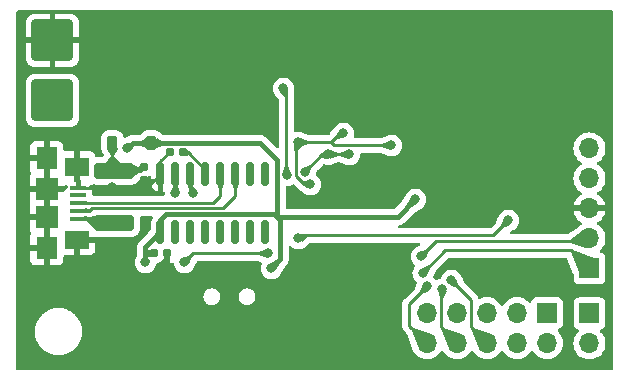
<source format=gbr>
%TF.GenerationSoftware,KiCad,Pcbnew,7.0.7*%
%TF.CreationDate,2024-05-24T10:30:38-07:00*%
%TF.ProjectId,Pinky,50696e6b-792e-46b6-9963-61645f706362,rev?*%
%TF.SameCoordinates,Original*%
%TF.FileFunction,Copper,L2,Bot*%
%TF.FilePolarity,Positive*%
%FSLAX46Y46*%
G04 Gerber Fmt 4.6, Leading zero omitted, Abs format (unit mm)*
G04 Created by KiCad (PCBNEW 7.0.7) date 2024-05-24 10:30:38*
%MOMM*%
%LPD*%
G01*
G04 APERTURE LIST*
G04 Aperture macros list*
%AMRoundRect*
0 Rectangle with rounded corners*
0 $1 Rounding radius*
0 $2 $3 $4 $5 $6 $7 $8 $9 X,Y pos of 4 corners*
0 Add a 4 corners polygon primitive as box body*
4,1,4,$2,$3,$4,$5,$6,$7,$8,$9,$2,$3,0*
0 Add four circle primitives for the rounded corners*
1,1,$1+$1,$2,$3*
1,1,$1+$1,$4,$5*
1,1,$1+$1,$6,$7*
1,1,$1+$1,$8,$9*
0 Add four rect primitives between the rounded corners*
20,1,$1+$1,$2,$3,$4,$5,0*
20,1,$1+$1,$4,$5,$6,$7,0*
20,1,$1+$1,$6,$7,$8,$9,0*
20,1,$1+$1,$8,$9,$2,$3,0*%
G04 Aperture macros list end*
%TA.AperFunction,ComponentPad*%
%ADD10RoundRect,0.250002X-1.499998X-1.499998X1.499998X-1.499998X1.499998X1.499998X-1.499998X1.499998X0*%
%TD*%
%TA.AperFunction,ComponentPad*%
%ADD11R,1.700000X1.700000*%
%TD*%
%TA.AperFunction,ComponentPad*%
%ADD12O,1.700000X1.700000*%
%TD*%
%TA.AperFunction,SMDPad,CuDef*%
%ADD13RoundRect,0.155000X-0.155000X0.212500X-0.155000X-0.212500X0.155000X-0.212500X0.155000X0.212500X0*%
%TD*%
%TA.AperFunction,SMDPad,CuDef*%
%ADD14R,1.346200X0.406400*%
%TD*%
%TA.AperFunction,SMDPad,CuDef*%
%ADD15R,1.803400X1.905000*%
%TD*%
%TA.AperFunction,SMDPad,CuDef*%
%ADD16R,2.108200X1.600200*%
%TD*%
%TA.AperFunction,SMDPad,CuDef*%
%ADD17R,1.905000X1.905000*%
%TD*%
%TA.AperFunction,SMDPad,CuDef*%
%ADD18RoundRect,0.150000X-0.150000X0.825000X-0.150000X-0.825000X0.150000X-0.825000X0.150000X0.825000X0*%
%TD*%
%TA.AperFunction,SMDPad,CuDef*%
%ADD19RoundRect,0.250000X-1.450000X0.400000X-1.450000X-0.400000X1.450000X-0.400000X1.450000X0.400000X0*%
%TD*%
%TA.AperFunction,SMDPad,CuDef*%
%ADD20RoundRect,0.155000X-0.212500X-0.155000X0.212500X-0.155000X0.212500X0.155000X-0.212500X0.155000X0*%
%TD*%
%TA.AperFunction,SMDPad,CuDef*%
%ADD21RoundRect,0.225000X0.225000X0.375000X-0.225000X0.375000X-0.225000X-0.375000X0.225000X-0.375000X0*%
%TD*%
%TA.AperFunction,ViaPad*%
%ADD22C,0.800000*%
%TD*%
%TA.AperFunction,Conductor*%
%ADD23C,0.250000*%
%TD*%
%TA.AperFunction,Conductor*%
%ADD24C,0.381000*%
%TD*%
G04 APERTURE END LIST*
D10*
%TO.P,J2,1,Pin_1*%
%TO.N,GND*%
X127508000Y-68834000D03*
%TD*%
D11*
%TO.P,J3,1,Pin_1*%
%TO.N,Net-(IC1-RA1{slash}ICSPCLK)*%
X172974000Y-88138000D03*
D12*
%TO.P,J3,2,Pin_2*%
%TO.N,Net-(IC1-RA0{slash}ICSPDAT)*%
X172974000Y-85598000D03*
%TO.P,J3,3,Pin_3*%
%TO.N,GND*%
X172974000Y-83058000D03*
%TO.P,J3,4,Pin_4*%
%TO.N,5V*%
X172974000Y-80518000D03*
%TO.P,J3,5,Pin_5*%
%TO.N,Net-(D1-K)*%
X172974000Y-77978000D03*
%TD*%
D11*
%TO.P,J11,1,Pin_1*%
%TO.N,GND*%
X153162000Y-94488000D03*
D12*
%TO.P,J11,2,Pin_2*%
X155702000Y-94488000D03*
%TD*%
D10*
%TO.P,J1,1,Pin_1*%
%TO.N,PWR*%
X127508000Y-73914000D03*
%TD*%
D11*
%TO.P,J10,1,Pin_1*%
%TO.N,5V*%
X172974000Y-91948000D03*
D12*
%TO.P,J10,2,Pin_2*%
X172974000Y-94488000D03*
%TD*%
D13*
%TO.P,C4,1*%
%TO.N,Net-(D5-A)*%
X135255000Y-79507500D03*
%TO.P,C4,2*%
%TO.N,GND*%
X135255000Y-80642500D03*
%TD*%
D14*
%TO.P,J8,1,VBUS*%
%TO.N,VBUS*%
X129708499Y-83910000D03*
%TO.P,J8,2,D-*%
%TO.N,Net-(J8-D-)*%
X129708499Y-83259999D03*
%TO.P,J8,3,D+*%
%TO.N,Net-(J8-D+)*%
X129708499Y-82610000D03*
%TO.P,J8,4,ID*%
%TO.N,unconnected-(J8-ID-Pad4)*%
X129708499Y-81960001D03*
%TO.P,J8,5,GND*%
%TO.N,GND*%
X129708499Y-81310000D03*
D15*
%TO.P,J8,6,Shield*%
X127033498Y-86410000D03*
D16*
X129583498Y-85709999D03*
D17*
X127033498Y-83810000D03*
D16*
%TO.P,J8,7*%
X129583498Y-79510001D03*
D15*
%TO.P,J8,9*%
X127033498Y-78810000D03*
D17*
%TO.P,J8,11*%
X127033498Y-81410000D03*
%TD*%
D11*
%TO.P,J7,1,Pin_1*%
%TO.N,GPIO_0*%
X169388000Y-91928000D03*
D12*
%TO.P,J7,2,Pin_2*%
%TO.N,GPIO_5*%
X169388000Y-94468000D03*
%TO.P,J7,3,Pin_3*%
%TO.N,GPIO_1*%
X166848000Y-91928000D03*
%TO.P,J7,4,Pin_4*%
%TO.N,GPIO_6*%
X166848000Y-94468000D03*
%TO.P,J7,5,Pin_5*%
%TO.N,GPIO_2*%
X164308000Y-91928000D03*
%TO.P,J7,6,Pin_6*%
%TO.N,SPI_0*%
X164308000Y-94468000D03*
%TO.P,J7,7,Pin_7*%
%TO.N,GPIO_3*%
X161768000Y-91928000D03*
%TO.P,J7,8,Pin_8*%
%TO.N,SPI_1*%
X161768000Y-94468000D03*
%TO.P,J7,9,Pin_9*%
%TO.N,GPIO_4*%
X159228000Y-91928000D03*
%TO.P,J7,10,Pin_10*%
%TO.N,SPI_2*%
X159228000Y-94468000D03*
%TD*%
D18*
%TO.P,U1,1,GND*%
%TO.N,GND*%
X136652000Y-80140000D03*
%TO.P,U1,2,TXD*%
%TO.N,RX*%
X137922000Y-80140000D03*
%TO.P,U1,3,RXD*%
%TO.N,TX*%
X139192000Y-80140000D03*
%TO.P,U1,4,V3*%
%TO.N,Net-(U1-V3)*%
X140462000Y-80140000D03*
%TO.P,U1,5,UD+*%
%TO.N,Net-(J8-D+)*%
X141732000Y-80140000D03*
%TO.P,U1,6,UD-*%
%TO.N,Net-(J8-D-)*%
X143002000Y-80140000D03*
%TO.P,U1,7,NC*%
%TO.N,unconnected-(U1-NC-Pad7)*%
X144272000Y-80140000D03*
%TO.P,U1,8,NC*%
%TO.N,unconnected-(U1-NC-Pad8)*%
X145542000Y-80140000D03*
%TO.P,U1,9,~{CTS}*%
%TO.N,unconnected-(U1-~{CTS}-Pad9)*%
X145542000Y-85090000D03*
%TO.P,U1,10,~{DSR}*%
%TO.N,unconnected-(U1-~{DSR}-Pad10)*%
X144272000Y-85090000D03*
%TO.P,U1,11,~{RI}*%
%TO.N,unconnected-(U1-~{RI}-Pad11)*%
X143002000Y-85090000D03*
%TO.P,U1,12,~{DCD}*%
%TO.N,unconnected-(U1-~{DCD}-Pad12)*%
X141732000Y-85090000D03*
%TO.P,U1,13,~{DTR}*%
%TO.N,unconnected-(U1-~{DTR}-Pad13)*%
X140462000Y-85090000D03*
%TO.P,U1,14,~{RTS}*%
%TO.N,unconnected-(U1-~{RTS}-Pad14)*%
X139192000Y-85090000D03*
%TO.P,U1,15,R232*%
%TO.N,unconnected-(U1-R232-Pad15)*%
X137922000Y-85090000D03*
%TO.P,U1,16,VCC*%
%TO.N,5V*%
X136652000Y-85090000D03*
%TD*%
D19*
%TO.P,F1,1*%
%TO.N,Net-(D5-A)*%
X132715000Y-79882000D03*
%TO.P,F1,2*%
%TO.N,VBUS*%
X132715000Y-84332000D03*
%TD*%
D20*
%TO.P,C3,1*%
%TO.N,GND*%
X137422000Y-78292000D03*
%TO.P,C3,2*%
%TO.N,Net-(U1-V3)*%
X138557000Y-78292000D03*
%TD*%
%TO.P,C5,1*%
%TO.N,5V*%
X136084500Y-86868000D03*
%TO.P,C5,2*%
%TO.N,GND*%
X137219500Y-86868000D03*
%TD*%
D21*
%TO.P,D5,1,K*%
%TO.N,5V*%
X135889000Y-77535000D03*
%TO.P,D5,2,A*%
%TO.N,Net-(D5-A)*%
X132589000Y-77535000D03*
%TD*%
D22*
%TO.N,GND*%
X160274000Y-81280000D03*
X132588000Y-81280000D03*
X157681442Y-88204118D03*
%TO.N,5V*%
X158242000Y-82296000D03*
X146050004Y-88138000D03*
X135382000Y-87630000D03*
X133858000Y-77978000D03*
%TO.N,GPIO_6*%
X145796000Y-86868000D03*
X138684000Y-87630000D03*
%TO.N,SPI_0*%
X161290000Y-89154000D03*
%TO.N,SPI_1*%
X160528000Y-89916000D03*
%TO.N,SPI_2*%
X159258000Y-89662000D03*
%TO.N,TX*%
X139446000Y-81788000D03*
%TO.N,RX*%
X137922000Y-81788000D03*
%TO.N,SCK*%
X147066000Y-72898000D03*
X147348500Y-80264000D03*
%TO.N,SDO*%
X150876000Y-78486000D03*
X152654000Y-78486000D03*
X148848693Y-80005307D03*
%TO.N,SDI*%
X149352000Y-81026000D03*
X152146000Y-76708000D03*
X156209996Y-77724000D03*
X148336006Y-77470000D03*
%TO.N,Net-(IC1-RA1{slash}ICSPCLK)*%
X158877000Y-88519000D03*
%TO.N,Net-(IC1-RA0{slash}ICSPDAT)*%
X158750000Y-87122000D03*
%TO.N,Net-(SW1-B)*%
X166116000Y-84074000D03*
X148336000Y-85598000D03*
%TD*%
D23*
%TO.N,GND*%
X136652000Y-79062000D02*
X137422000Y-78292000D01*
X132618000Y-81310000D02*
X135482000Y-81310000D01*
X132558000Y-81310000D02*
X132588000Y-81280000D01*
X137219500Y-87181499D02*
X136398000Y-88002999D01*
X135482000Y-81310000D02*
X136652000Y-80140000D01*
X136652000Y-80140000D02*
X136652000Y-79062000D01*
X132588000Y-81280000D02*
X132618000Y-81310000D01*
X137219500Y-86868000D02*
X137219500Y-87181499D01*
X129708499Y-81310000D02*
X132558000Y-81310000D01*
X136398000Y-88002999D02*
X136398000Y-89916000D01*
X135255000Y-80642500D02*
X136149500Y-80642500D01*
X136149500Y-80642500D02*
X136652000Y-80140000D01*
%TO.N,Net-(U1-V3)*%
X138557000Y-78292000D02*
X138990751Y-78292000D01*
X138990751Y-78292000D02*
X140462000Y-79763249D01*
X140462000Y-79763249D02*
X140462000Y-80140000D01*
%TO.N,Net-(D5-A)*%
X132715000Y-79882000D02*
X134880500Y-79882000D01*
X134880500Y-79882000D02*
X135255000Y-79507500D01*
X132589000Y-77535000D02*
X132589000Y-79756000D01*
X132589000Y-79756000D02*
X132715000Y-79882000D01*
D24*
%TO.N,5V*%
X134301000Y-77535000D02*
X133858000Y-77978000D01*
X146812000Y-87376004D02*
X146050004Y-88138000D01*
X146558000Y-83790000D02*
X146812000Y-84044000D01*
X135889000Y-77535000D02*
X134301000Y-77535000D01*
X135382000Y-86360000D02*
X135382000Y-86868000D01*
X146812000Y-84044000D02*
X146812000Y-87376004D01*
X135889000Y-77535000D02*
X145099000Y-77535000D01*
X136652000Y-85090000D02*
X135382000Y-86360000D01*
X145099000Y-77535000D02*
X146558000Y-78994000D01*
X146334000Y-83566000D02*
X146558000Y-83790000D01*
X146558000Y-83790000D02*
X156748000Y-83790000D01*
X156748000Y-83790000D02*
X158242000Y-82296000D01*
X136652000Y-85090000D02*
X136652000Y-84074000D01*
X135382000Y-86868000D02*
X136084500Y-86868000D01*
X136652000Y-84074000D02*
X137160000Y-83566000D01*
X137160000Y-83566000D02*
X146334000Y-83566000D01*
X146558000Y-78994000D02*
X146558000Y-83790000D01*
X135382000Y-86868000D02*
X135382000Y-87630000D01*
D23*
%TO.N,GPIO_6*%
X139446000Y-86868000D02*
X138684000Y-87630000D01*
X145796000Y-86868000D02*
X139446000Y-86868000D01*
%TO.N,VBUS*%
X132715000Y-84332000D02*
X132293000Y-83910000D01*
X132293000Y-83910000D02*
X129708499Y-83910000D01*
%TO.N,SPI_0*%
X162943000Y-90807000D02*
X161290000Y-89154000D01*
X162943000Y-93103000D02*
X162943000Y-90807000D01*
X164308000Y-94468000D02*
X162943000Y-93103000D01*
%TO.N,SPI_1*%
X160403000Y-93103000D02*
X160403000Y-90041000D01*
X161768000Y-94468000D02*
X160403000Y-93103000D01*
X160403000Y-90041000D02*
X160528000Y-89916000D01*
%TO.N,SPI_2*%
X157734000Y-91186000D02*
X157734000Y-92974000D01*
X159258000Y-89662000D02*
X157734000Y-91186000D01*
X157734000Y-92974000D02*
X159228000Y-94468000D01*
%TO.N,TX*%
X139192000Y-81534000D02*
X139192000Y-80140000D01*
X139446000Y-81788000D02*
X139192000Y-81534000D01*
%TO.N,RX*%
X137922000Y-81788000D02*
X137922000Y-80140000D01*
%TO.N,SCK*%
X147320000Y-73152000D02*
X147320000Y-80235500D01*
X147066000Y-72898000D02*
X147320000Y-73152000D01*
X147320000Y-80235500D02*
X147348500Y-80264000D01*
%TO.N,SDO*%
X150368000Y-78486000D02*
X148848693Y-80005307D01*
X152654000Y-78486000D02*
X150876000Y-78486000D01*
X150876000Y-78486000D02*
X150368000Y-78486000D01*
%TO.N,SDI*%
X148844081Y-81026000D02*
X148123693Y-80305612D01*
X151130000Y-77470000D02*
X151384000Y-77724000D01*
X148123693Y-77682313D02*
X148336006Y-77470000D01*
X148123693Y-80305612D02*
X148123693Y-77682313D01*
X151892000Y-76708000D02*
X151130000Y-77470000D01*
X152146000Y-76708000D02*
X151892000Y-76708000D01*
X151384000Y-77724000D02*
X156209996Y-77724000D01*
X151130000Y-77470000D02*
X148336006Y-77470000D01*
X149352000Y-81026000D02*
X148844081Y-81026000D01*
%TO.N,Net-(IC1-RA1{slash}ICSPCLK)*%
X171450000Y-86614000D02*
X160782000Y-86614000D01*
X160782000Y-86614000D02*
X158877000Y-88519000D01*
X172974000Y-88138000D02*
X171450000Y-86614000D01*
%TO.N,Net-(IC1-RA0{slash}ICSPDAT)*%
X172974000Y-85598000D02*
X172720000Y-85852000D01*
X160020000Y-85852000D02*
X158750000Y-87122000D01*
X172720000Y-85852000D02*
X160020000Y-85852000D01*
%TO.N,Net-(J8-D-)*%
X130841098Y-83050500D02*
X141931500Y-83050500D01*
X141931500Y-83050500D02*
X143002000Y-81980000D01*
X143002000Y-81980000D02*
X143002000Y-80140000D01*
X130631599Y-83259999D02*
X130841098Y-83050500D01*
X129708499Y-83259999D02*
X130631599Y-83259999D01*
%TO.N,Net-(J8-D+)*%
X141111500Y-82600500D02*
X141732000Y-81980000D01*
X129717999Y-82600500D02*
X141111500Y-82600500D01*
X141732000Y-81980000D02*
X141732000Y-80140000D01*
X129708499Y-82610000D02*
X129717999Y-82600500D01*
%TO.N,Net-(SW1-B)*%
X164846000Y-85344000D02*
X148590000Y-85344000D01*
X166116000Y-84074000D02*
X164846000Y-85344000D01*
X148590000Y-85344000D02*
X148336000Y-85598000D01*
%TD*%
%TA.AperFunction,Conductor*%
%TO.N,GND*%
G36*
X136845039Y-79909685D02*
G01*
X136890794Y-79962489D01*
X136902000Y-80014000D01*
X136902000Y-81612295D01*
X136907868Y-81617719D01*
X136955859Y-81627801D01*
X137005616Y-81676853D01*
X137020955Y-81745018D01*
X137020532Y-81750015D01*
X137016540Y-81787999D01*
X137021799Y-81838040D01*
X137009229Y-81906769D01*
X136961496Y-81957793D01*
X136898478Y-81975000D01*
X131006099Y-81975000D01*
X130939060Y-81955315D01*
X130893305Y-81902511D01*
X130882099Y-81851001D01*
X130882098Y-81708931D01*
X130882097Y-81708924D01*
X130881018Y-81698890D01*
X130875690Y-81649318D01*
X130875323Y-81645903D01*
X130875324Y-81619393D01*
X130881598Y-81561041D01*
X130881599Y-81561027D01*
X130881599Y-81513200D01*
X130879555Y-81511156D01*
X130819475Y-81493515D01*
X130787248Y-81463512D01*
X130773839Y-81445600D01*
X130739145Y-81399255D01*
X130646721Y-81330066D01*
X130604851Y-81274132D01*
X130599867Y-81204441D01*
X130633353Y-81143118D01*
X130694676Y-81109633D01*
X130721033Y-81106800D01*
X130881599Y-81106800D01*
X130885965Y-81102433D01*
X130901284Y-81050265D01*
X130954088Y-81004510D01*
X131023246Y-80994566D01*
X131044597Y-80999596D01*
X131112203Y-81021999D01*
X131214991Y-81032500D01*
X134215008Y-81032499D01*
X134317797Y-81021999D01*
X134484334Y-80966814D01*
X134633656Y-80874712D01*
X134685651Y-80822715D01*
X134690582Y-80818286D01*
X135135802Y-80459659D01*
X135167940Y-80440937D01*
X135184227Y-80434488D01*
X135184227Y-80434487D01*
X135184232Y-80434486D01*
X135208886Y-80416573D01*
X135253793Y-80396089D01*
X135295161Y-80386509D01*
X135328902Y-80378696D01*
X135356876Y-80375499D01*
X135476202Y-80375499D01*
X135513358Y-80372576D01*
X135672400Y-80326370D01*
X135672407Y-80326365D01*
X135678744Y-80323624D01*
X135748086Y-80315059D01*
X135811052Y-80345343D01*
X135847649Y-80404861D01*
X135852000Y-80437421D01*
X135852000Y-81030644D01*
X135854899Y-81067489D01*
X135854900Y-81067495D01*
X135900716Y-81225193D01*
X135900717Y-81225196D01*
X135984314Y-81366552D01*
X135984321Y-81366561D01*
X136100438Y-81482678D01*
X136100447Y-81482685D01*
X136241801Y-81566281D01*
X136399514Y-81612100D01*
X136399511Y-81612100D01*
X136401998Y-81612295D01*
X136402000Y-81612294D01*
X136402000Y-80014000D01*
X136421685Y-79946961D01*
X136474489Y-79901206D01*
X136526000Y-79890000D01*
X136778000Y-79890000D01*
X136845039Y-79909685D01*
G37*
%TD.AperFunction*%
%TA.AperFunction,Conductor*%
G36*
X174948539Y-66314185D02*
G01*
X174994294Y-66366989D01*
X175005500Y-66418500D01*
X175005500Y-96649500D01*
X174985815Y-96716539D01*
X174933011Y-96762294D01*
X174881500Y-96773500D01*
X124584500Y-96773500D01*
X124517461Y-96753815D01*
X124471706Y-96701011D01*
X124460500Y-96649500D01*
X124460500Y-93472000D01*
X126010390Y-93472000D01*
X126017745Y-93574844D01*
X126018390Y-93583853D01*
X126018548Y-93588277D01*
X126018548Y-93614861D01*
X126022331Y-93641172D01*
X126022804Y-93645574D01*
X126030804Y-93757428D01*
X126030805Y-93757435D01*
X126054637Y-93866988D01*
X126055423Y-93871346D01*
X126059206Y-93897666D01*
X126066698Y-93923181D01*
X126067793Y-93927471D01*
X126091630Y-94037046D01*
X126091631Y-94037048D01*
X126130819Y-94142118D01*
X126132217Y-94146317D01*
X126139705Y-94171816D01*
X126150746Y-94195994D01*
X126152440Y-94200084D01*
X126191632Y-94305159D01*
X126191635Y-94305166D01*
X126245363Y-94403561D01*
X126247345Y-94407521D01*
X126258394Y-94431717D01*
X126272772Y-94454088D01*
X126275031Y-94457895D01*
X126317751Y-94536129D01*
X126328772Y-94556312D01*
X126328776Y-94556318D01*
X126395976Y-94646086D01*
X126398498Y-94649719D01*
X126412873Y-94672086D01*
X126423493Y-94684343D01*
X126430284Y-94692180D01*
X126433055Y-94695619D01*
X126500261Y-94785395D01*
X126579552Y-94864686D01*
X126582562Y-94867919D01*
X126599977Y-94888017D01*
X126599980Y-94888020D01*
X126616122Y-94902007D01*
X126620078Y-94905435D01*
X126623304Y-94908438D01*
X126702605Y-94987739D01*
X126792404Y-95054961D01*
X126795815Y-95057711D01*
X126815911Y-95075126D01*
X126833905Y-95086689D01*
X126838266Y-95089492D01*
X126838276Y-95089498D01*
X126841914Y-95092024D01*
X126931682Y-95159224D01*
X126931690Y-95159229D01*
X127030102Y-95212966D01*
X127033910Y-95215225D01*
X127056286Y-95229606D01*
X127080479Y-95240654D01*
X127084431Y-95242632D01*
X127182839Y-95296367D01*
X127287914Y-95335558D01*
X127291993Y-95337247D01*
X127316179Y-95348293D01*
X127341691Y-95355784D01*
X127345872Y-95357175D01*
X127450954Y-95396369D01*
X127560554Y-95420211D01*
X127564788Y-95421291D01*
X127590326Y-95428790D01*
X127590331Y-95428790D01*
X127590339Y-95428793D01*
X127616655Y-95432576D01*
X127620982Y-95433356D01*
X127730572Y-95457196D01*
X127842450Y-95465197D01*
X127846795Y-95465664D01*
X127873139Y-95469452D01*
X127873146Y-95469452D01*
X127899721Y-95469452D01*
X127904143Y-95469609D01*
X127953344Y-95473128D01*
X128015999Y-95477610D01*
X128016000Y-95477610D01*
X128016001Y-95477610D01*
X128078655Y-95473128D01*
X128127856Y-95469609D01*
X128132279Y-95469452D01*
X128158854Y-95469452D01*
X128158861Y-95469452D01*
X128185219Y-95465662D01*
X128189516Y-95465200D01*
X128301428Y-95457196D01*
X128411012Y-95433357D01*
X128415345Y-95432576D01*
X128441671Y-95428791D01*
X128467189Y-95421298D01*
X128471438Y-95420212D01*
X128581046Y-95396369D01*
X128686124Y-95357177D01*
X128690291Y-95355789D01*
X128715821Y-95348293D01*
X128740020Y-95337241D01*
X128744056Y-95335569D01*
X128849161Y-95296367D01*
X128947568Y-95242632D01*
X128951514Y-95240657D01*
X128975708Y-95229608D01*
X128975716Y-95229602D01*
X128975722Y-95229600D01*
X128998104Y-95215215D01*
X129001872Y-95212979D01*
X129100315Y-95159226D01*
X129190120Y-95091998D01*
X129193697Y-95089515D01*
X129216086Y-95075127D01*
X129236208Y-95057690D01*
X129239591Y-95054965D01*
X129329395Y-94987739D01*
X129408703Y-94908430D01*
X129411915Y-94905440D01*
X129432020Y-94888020D01*
X129449445Y-94867909D01*
X129452433Y-94864700D01*
X129531739Y-94785395D01*
X129598965Y-94695591D01*
X129601690Y-94692208D01*
X129619127Y-94672086D01*
X129633507Y-94649709D01*
X129636008Y-94646107D01*
X129703226Y-94556315D01*
X129756979Y-94457872D01*
X129759215Y-94454104D01*
X129773600Y-94431722D01*
X129773602Y-94431716D01*
X129773608Y-94431708D01*
X129784657Y-94407514D01*
X129786636Y-94403561D01*
X129840367Y-94305161D01*
X129879569Y-94200056D01*
X129881241Y-94196020D01*
X129892293Y-94171821D01*
X129899789Y-94146291D01*
X129901177Y-94142124D01*
X129904758Y-94132522D01*
X129940369Y-94037046D01*
X129964212Y-93927438D01*
X129965298Y-93923189D01*
X129972791Y-93897671D01*
X129976576Y-93871345D01*
X129977357Y-93867012D01*
X130001196Y-93757428D01*
X130009198Y-93645540D01*
X130009666Y-93641192D01*
X130013452Y-93614861D01*
X130014107Y-93578105D01*
X130014250Y-93574901D01*
X130021610Y-93472000D01*
X130014250Y-93369102D01*
X130014107Y-93365890D01*
X130013452Y-93329139D01*
X130009663Y-93302789D01*
X130009197Y-93298450D01*
X130001196Y-93186572D01*
X129977356Y-93076982D01*
X129976576Y-93072655D01*
X129972793Y-93046339D01*
X129972790Y-93046331D01*
X129972790Y-93046326D01*
X129965291Y-93020788D01*
X129964211Y-93016554D01*
X129940369Y-92906954D01*
X129901175Y-92801872D01*
X129899782Y-92797684D01*
X129892293Y-92772179D01*
X129881246Y-92747989D01*
X129879558Y-92743914D01*
X129879553Y-92743901D01*
X129840367Y-92638839D01*
X129786632Y-92540431D01*
X129784654Y-92536479D01*
X129773606Y-92512286D01*
X129759225Y-92489910D01*
X129756966Y-92486102D01*
X129703229Y-92387690D01*
X129703224Y-92387682D01*
X129636024Y-92297914D01*
X129633498Y-92294276D01*
X129619126Y-92271911D01*
X129601711Y-92251815D01*
X129598961Y-92248404D01*
X129531739Y-92158605D01*
X129452438Y-92079304D01*
X129449435Y-92076078D01*
X129448484Y-92074981D01*
X129432020Y-92055980D01*
X129411921Y-92038564D01*
X129408681Y-92035547D01*
X129329398Y-91956264D01*
X129329396Y-91956262D01*
X129329395Y-91956261D01*
X129239619Y-91889055D01*
X129236180Y-91886284D01*
X129223188Y-91875027D01*
X129216086Y-91868873D01*
X129193719Y-91854498D01*
X129190086Y-91851976D01*
X129100318Y-91784776D01*
X129100316Y-91784775D01*
X129100315Y-91784774D01*
X129080129Y-91773751D01*
X129001895Y-91731031D01*
X128998088Y-91728772D01*
X128975717Y-91714394D01*
X128951521Y-91703345D01*
X128947561Y-91701363D01*
X128849166Y-91647635D01*
X128849159Y-91647632D01*
X128744084Y-91608440D01*
X128739994Y-91606746D01*
X128725072Y-91599931D01*
X128715821Y-91595707D01*
X128715819Y-91595706D01*
X128715816Y-91595705D01*
X128690317Y-91588217D01*
X128686118Y-91586819D01*
X128581048Y-91547631D01*
X128581046Y-91547630D01*
X128471471Y-91523793D01*
X128467180Y-91522698D01*
X128460402Y-91520708D01*
X128441669Y-91515207D01*
X128415346Y-91511423D01*
X128410988Y-91510637D01*
X128301435Y-91486805D01*
X128301428Y-91486804D01*
X128189574Y-91478804D01*
X128185177Y-91478331D01*
X128158861Y-91474548D01*
X128132279Y-91474548D01*
X128127856Y-91474390D01*
X128078655Y-91470871D01*
X128016001Y-91466390D01*
X128015999Y-91466390D01*
X127953344Y-91470871D01*
X127904143Y-91474390D01*
X127899721Y-91474548D01*
X127873137Y-91474548D01*
X127846826Y-91478331D01*
X127842424Y-91478804D01*
X127730571Y-91486804D01*
X127730561Y-91486805D01*
X127621013Y-91510636D01*
X127616657Y-91511422D01*
X127590325Y-91515207D01*
X127564819Y-91522698D01*
X127560528Y-91523793D01*
X127450953Y-91547630D01*
X127450947Y-91547632D01*
X127345883Y-91586819D01*
X127341684Y-91588216D01*
X127316177Y-91595706D01*
X127291989Y-91606753D01*
X127287901Y-91608446D01*
X127182844Y-91647630D01*
X127182831Y-91647636D01*
X127084436Y-91701363D01*
X127080478Y-91703344D01*
X127056291Y-91714389D01*
X127033909Y-91728773D01*
X127030102Y-91731033D01*
X126931688Y-91784771D01*
X126841903Y-91851981D01*
X126838271Y-91854503D01*
X126815911Y-91868874D01*
X126808810Y-91875027D01*
X126795823Y-91886280D01*
X126792377Y-91889057D01*
X126702619Y-91956249D01*
X126702604Y-91956262D01*
X126623310Y-92035553D01*
X126620071Y-92038569D01*
X126599979Y-92055979D01*
X126582569Y-92076071D01*
X126579553Y-92079310D01*
X126500262Y-92158604D01*
X126500249Y-92158619D01*
X126433059Y-92248375D01*
X126430285Y-92251817D01*
X126425762Y-92257038D01*
X126412866Y-92271920D01*
X126398505Y-92294267D01*
X126395982Y-92297902D01*
X126328771Y-92387688D01*
X126275033Y-92486102D01*
X126272773Y-92489909D01*
X126258389Y-92512291D01*
X126247344Y-92536478D01*
X126245363Y-92540436D01*
X126191636Y-92638831D01*
X126191630Y-92638844D01*
X126152446Y-92743901D01*
X126150753Y-92747989D01*
X126139706Y-92772177D01*
X126132216Y-92797684D01*
X126130819Y-92801883D01*
X126091632Y-92906947D01*
X126091630Y-92906953D01*
X126067793Y-93016528D01*
X126066698Y-93020819D01*
X126059207Y-93046325D01*
X126055422Y-93072657D01*
X126054636Y-93077013D01*
X126030805Y-93186561D01*
X126030804Y-93186571D01*
X126022804Y-93298424D01*
X126022331Y-93302826D01*
X126018548Y-93329136D01*
X126018548Y-93355721D01*
X126018390Y-93360143D01*
X126010390Y-93472000D01*
X124460500Y-93472000D01*
X124460500Y-90618056D01*
X140293500Y-90618056D01*
X140302409Y-90654202D01*
X140334210Y-90783226D01*
X140413263Y-90933849D01*
X140413266Y-90933852D01*
X140526071Y-91061183D01*
X140592422Y-91106982D01*
X140666068Y-91157817D01*
X140666069Y-91157817D01*
X140666070Y-91157818D01*
X140767358Y-91196230D01*
X140818145Y-91215492D01*
X140825128Y-91218140D01*
X140901028Y-91227356D01*
X140951626Y-91233500D01*
X140951628Y-91233500D01*
X141036374Y-91233500D01*
X141078538Y-91228380D01*
X141162872Y-91218140D01*
X141321930Y-91157818D01*
X141461929Y-91061183D01*
X141574734Y-90933852D01*
X141588388Y-90907838D01*
X141626265Y-90835669D01*
X141653790Y-90783225D01*
X141694500Y-90618056D01*
X143293500Y-90618056D01*
X143302409Y-90654202D01*
X143334210Y-90783226D01*
X143413263Y-90933849D01*
X143413266Y-90933852D01*
X143526071Y-91061183D01*
X143592422Y-91106982D01*
X143666068Y-91157817D01*
X143666069Y-91157817D01*
X143666070Y-91157818D01*
X143767358Y-91196230D01*
X143818145Y-91215492D01*
X143825128Y-91218140D01*
X143901028Y-91227356D01*
X143951626Y-91233500D01*
X143951628Y-91233500D01*
X144036374Y-91233500D01*
X144078538Y-91228380D01*
X144162872Y-91218140D01*
X144321930Y-91157818D01*
X144461929Y-91061183D01*
X144574734Y-90933852D01*
X144588388Y-90907838D01*
X144626265Y-90835669D01*
X144653790Y-90783225D01*
X144694500Y-90618056D01*
X144694500Y-90447944D01*
X144653790Y-90282775D01*
X144653789Y-90282773D01*
X144574736Y-90132150D01*
X144555560Y-90110505D01*
X144461929Y-90004817D01*
X144412177Y-89970475D01*
X144321931Y-89908182D01*
X144162874Y-89847860D01*
X144162868Y-89847859D01*
X144036374Y-89832500D01*
X144036372Y-89832500D01*
X143951628Y-89832500D01*
X143951626Y-89832500D01*
X143825131Y-89847859D01*
X143825125Y-89847860D01*
X143666068Y-89908182D01*
X143526072Y-90004816D01*
X143413263Y-90132150D01*
X143334210Y-90282773D01*
X143300244Y-90420583D01*
X143293500Y-90447944D01*
X143293500Y-90618056D01*
X141694500Y-90618056D01*
X141694500Y-90447944D01*
X141653790Y-90282775D01*
X141653789Y-90282773D01*
X141574736Y-90132150D01*
X141555560Y-90110505D01*
X141461929Y-90004817D01*
X141412177Y-89970475D01*
X141321931Y-89908182D01*
X141162874Y-89847860D01*
X141162868Y-89847859D01*
X141036374Y-89832500D01*
X141036372Y-89832500D01*
X140951628Y-89832500D01*
X140951626Y-89832500D01*
X140825131Y-89847859D01*
X140825125Y-89847860D01*
X140666068Y-89908182D01*
X140526072Y-90004816D01*
X140413263Y-90132150D01*
X140334210Y-90282773D01*
X140300244Y-90420583D01*
X140293500Y-90447944D01*
X140293500Y-90618056D01*
X124460500Y-90618056D01*
X124460500Y-86660000D01*
X125631798Y-86660000D01*
X125631798Y-87410344D01*
X125638199Y-87469872D01*
X125638201Y-87469879D01*
X125688443Y-87604586D01*
X125688447Y-87604593D01*
X125774607Y-87719687D01*
X125774610Y-87719690D01*
X125889704Y-87805850D01*
X125889711Y-87805854D01*
X126024418Y-87856096D01*
X126024425Y-87856098D01*
X126083953Y-87862499D01*
X126083970Y-87862500D01*
X126783498Y-87862500D01*
X127283498Y-87862500D01*
X127983026Y-87862500D01*
X127983042Y-87862499D01*
X128042570Y-87856098D01*
X128042577Y-87856096D01*
X128177284Y-87805854D01*
X128177291Y-87805850D01*
X128292385Y-87719690D01*
X128292388Y-87719687D01*
X128378548Y-87604593D01*
X128378552Y-87604586D01*
X128428794Y-87469879D01*
X128428796Y-87469872D01*
X128435197Y-87410344D01*
X128435198Y-87410327D01*
X128435198Y-87134099D01*
X128454883Y-87067060D01*
X128507687Y-87021305D01*
X128559198Y-87010099D01*
X129333498Y-87010099D01*
X129333498Y-85959999D01*
X129833498Y-85959999D01*
X129833498Y-87010099D01*
X130685426Y-87010099D01*
X130685442Y-87010098D01*
X130744970Y-87003697D01*
X130744977Y-87003695D01*
X130879684Y-86953453D01*
X130879691Y-86953449D01*
X130994785Y-86867289D01*
X130994788Y-86867286D01*
X131080948Y-86752192D01*
X131080952Y-86752185D01*
X131131194Y-86617478D01*
X131131196Y-86617471D01*
X131137597Y-86557943D01*
X131137598Y-86557926D01*
X131137598Y-85959999D01*
X129833498Y-85959999D01*
X129333498Y-85959999D01*
X129333498Y-85583999D01*
X129353183Y-85516960D01*
X129405987Y-85471205D01*
X129457498Y-85459999D01*
X131055979Y-85459999D01*
X131094982Y-85466292D01*
X131112203Y-85471999D01*
X131214991Y-85482500D01*
X134215008Y-85482499D01*
X134317797Y-85471999D01*
X134484334Y-85416814D01*
X134633656Y-85324712D01*
X134757712Y-85200656D01*
X134849814Y-85051334D01*
X134904999Y-84884797D01*
X134915500Y-84782009D01*
X134915499Y-83881992D01*
X134913573Y-83863135D01*
X134908411Y-83812601D01*
X134921181Y-83743908D01*
X134969062Y-83693024D01*
X135031769Y-83676000D01*
X135877195Y-83676000D01*
X135944234Y-83695685D01*
X135989989Y-83748489D01*
X135999933Y-83817647D01*
X135983927Y-83863121D01*
X135900255Y-84004603D01*
X135900254Y-84004606D01*
X135854402Y-84162426D01*
X135854401Y-84162432D01*
X135851500Y-84199304D01*
X135851500Y-84762088D01*
X135831815Y-84829127D01*
X135829498Y-84832603D01*
X135605914Y-85156013D01*
X135591597Y-85173179D01*
X134909480Y-85855296D01*
X134906754Y-85857863D01*
X134860985Y-85898411D01*
X134860977Y-85898420D01*
X134826235Y-85948753D01*
X134824015Y-85951769D01*
X134786313Y-85999894D01*
X134786311Y-85999896D01*
X134782271Y-86008873D01*
X134771253Y-86028408D01*
X134765655Y-86036519D01*
X134743968Y-86093700D01*
X134742536Y-86097158D01*
X134717442Y-86152916D01*
X134715666Y-86162606D01*
X134709645Y-86184203D01*
X134706152Y-86193414D01*
X134706152Y-86193415D01*
X134698780Y-86254124D01*
X134698218Y-86257817D01*
X134694917Y-86275834D01*
X134687195Y-86317969D01*
X134687195Y-86317972D01*
X134690887Y-86379006D01*
X134691000Y-86382751D01*
X134691000Y-86964698D01*
X134677472Y-87021017D01*
X134642711Y-87089203D01*
X134563329Y-87244914D01*
X134563327Y-87244919D01*
X134559778Y-87252612D01*
X134557177Y-87257634D01*
X134554820Y-87261717D01*
X134546594Y-87287032D01*
X134545669Y-87289675D01*
X134532933Y-87323573D01*
X134532407Y-87325622D01*
X134528221Y-87343578D01*
X134496327Y-87441739D01*
X134496326Y-87441741D01*
X134496326Y-87441744D01*
X134476540Y-87630000D01*
X134496326Y-87818256D01*
X134496327Y-87818259D01*
X134554818Y-87998277D01*
X134554821Y-87998284D01*
X134649467Y-88162216D01*
X134731660Y-88253500D01*
X134776129Y-88302888D01*
X134929265Y-88414148D01*
X134929270Y-88414151D01*
X135102192Y-88491142D01*
X135102197Y-88491144D01*
X135287354Y-88530500D01*
X135287355Y-88530500D01*
X135476644Y-88530500D01*
X135476646Y-88530500D01*
X135661803Y-88491144D01*
X135834730Y-88414151D01*
X135987871Y-88302888D01*
X136114533Y-88162216D01*
X136209179Y-87998284D01*
X136267674Y-87818256D01*
X136270908Y-87787482D01*
X136297491Y-87722867D01*
X136354787Y-87682881D01*
X136384503Y-87676823D01*
X136400358Y-87675576D01*
X136559400Y-87629370D01*
X136589369Y-87611645D01*
X136657088Y-87594461D01*
X136715613Y-87611645D01*
X136744800Y-87628906D01*
X136744805Y-87628908D01*
X136903716Y-87675077D01*
X136903722Y-87675078D01*
X136940848Y-87678000D01*
X136969500Y-87678000D01*
X136969500Y-86742000D01*
X136989185Y-86674961D01*
X137041989Y-86629206D01*
X137093500Y-86618000D01*
X137345500Y-86618000D01*
X137412539Y-86637685D01*
X137458294Y-86690489D01*
X137469500Y-86742000D01*
X137469500Y-87678000D01*
X137498152Y-87678000D01*
X137535277Y-87675078D01*
X137535280Y-87675077D01*
X137633514Y-87646537D01*
X137703383Y-87646736D01*
X137762054Y-87684677D01*
X137790898Y-87748315D01*
X137791429Y-87752640D01*
X137798326Y-87818256D01*
X137798327Y-87818259D01*
X137856818Y-87998277D01*
X137856821Y-87998284D01*
X137951467Y-88162216D01*
X138033660Y-88253500D01*
X138078129Y-88302888D01*
X138231265Y-88414148D01*
X138231270Y-88414151D01*
X138404192Y-88491142D01*
X138404197Y-88491144D01*
X138589354Y-88530500D01*
X138589355Y-88530500D01*
X138778644Y-88530500D01*
X138778646Y-88530500D01*
X138963803Y-88491144D01*
X139136730Y-88414151D01*
X139289871Y-88302888D01*
X139416533Y-88162216D01*
X139511179Y-87998284D01*
X139511182Y-87998272D01*
X139513819Y-87992352D01*
X139513974Y-87992421D01*
X139517235Y-87984808D01*
X139517124Y-87984758D01*
X139518944Y-87980724D01*
X139518948Y-87980719D01*
X139705913Y-87566487D01*
X139751436Y-87513482D01*
X139818387Y-87493501D01*
X139818935Y-87493500D01*
X144867766Y-87493500D01*
X144911611Y-87501510D01*
X145157667Y-87594525D01*
X145213415Y-87636643D01*
X145237543Y-87702214D01*
X145224010Y-87763128D01*
X145225468Y-87763778D01*
X145222825Y-87769713D01*
X145186764Y-87880699D01*
X145164330Y-87949744D01*
X145144544Y-88138000D01*
X145164330Y-88326256D01*
X145164331Y-88326259D01*
X145222822Y-88506277D01*
X145222825Y-88506284D01*
X145317471Y-88670216D01*
X145437282Y-88803279D01*
X145444133Y-88810888D01*
X145597269Y-88922148D01*
X145597274Y-88922151D01*
X145770196Y-88999142D01*
X145770201Y-88999144D01*
X145955358Y-89038500D01*
X145955359Y-89038500D01*
X146144648Y-89038500D01*
X146144650Y-89038500D01*
X146329807Y-88999144D01*
X146502734Y-88922151D01*
X146655875Y-88810888D01*
X146782537Y-88670216D01*
X146855670Y-88543545D01*
X146860308Y-88536632D01*
X146864480Y-88531237D01*
X147157325Y-88014250D01*
X147177530Y-87987694D01*
X147284542Y-87880682D01*
X147287234Y-87878148D01*
X147333020Y-87837587D01*
X147367761Y-87787252D01*
X147369968Y-87784253D01*
X147407688Y-87736109D01*
X147411722Y-87727143D01*
X147422754Y-87707584D01*
X147428342Y-87699489D01*
X147428342Y-87699488D01*
X147428344Y-87699486D01*
X147450037Y-87642285D01*
X147451451Y-87638869D01*
X147476557Y-87583089D01*
X147478330Y-87573407D01*
X147484356Y-87551792D01*
X147487848Y-87542586D01*
X147495219Y-87481874D01*
X147495781Y-87478183D01*
X147502460Y-87441739D01*
X147506805Y-87418032D01*
X147503113Y-87356996D01*
X147503000Y-87353251D01*
X147503000Y-86341666D01*
X147522685Y-86274627D01*
X147575489Y-86228872D01*
X147644647Y-86218928D01*
X147708203Y-86247953D01*
X147719145Y-86258689D01*
X147730126Y-86270885D01*
X147730130Y-86270889D01*
X147883265Y-86382148D01*
X147883270Y-86382151D01*
X148056192Y-86459142D01*
X148056197Y-86459144D01*
X148241354Y-86498500D01*
X148241355Y-86498500D01*
X148430644Y-86498500D01*
X148430646Y-86498500D01*
X148615803Y-86459144D01*
X148788730Y-86382151D01*
X148941871Y-86270888D01*
X148956089Y-86255097D01*
X148974826Y-86238135D01*
X148981335Y-86233353D01*
X149213766Y-86005038D01*
X149275386Y-85972103D01*
X149300660Y-85969500D01*
X158526684Y-85969500D01*
X158593723Y-85989185D01*
X158639478Y-86041989D01*
X158649422Y-86111147D01*
X158620397Y-86174703D01*
X158577699Y-86206519D01*
X158399277Y-86287052D01*
X158399268Y-86287056D01*
X158358536Y-86307705D01*
X158353610Y-86310816D01*
X158353294Y-86310316D01*
X158336200Y-86320515D01*
X158297271Y-86337847D01*
X158297267Y-86337849D01*
X158144129Y-86449111D01*
X158017466Y-86589785D01*
X157922821Y-86753715D01*
X157922818Y-86753722D01*
X157864327Y-86933740D01*
X157864326Y-86933744D01*
X157844540Y-87122000D01*
X157864326Y-87310256D01*
X157864327Y-87310259D01*
X157922818Y-87490277D01*
X157922821Y-87490284D01*
X158017467Y-87654216D01*
X158144129Y-87794888D01*
X158144131Y-87794890D01*
X158147589Y-87798004D01*
X158184236Y-87857491D01*
X158182905Y-87927348D01*
X158156769Y-87973120D01*
X158144468Y-87986782D01*
X158144464Y-87986787D01*
X158049821Y-88150715D01*
X158049818Y-88150722D01*
X157994507Y-88320953D01*
X157991326Y-88330744D01*
X157971540Y-88519000D01*
X157991326Y-88707256D01*
X157991327Y-88707259D01*
X158049818Y-88887277D01*
X158049821Y-88887284D01*
X158144467Y-89051216D01*
X158271129Y-89191888D01*
X158344456Y-89245163D01*
X158387120Y-89300490D01*
X158393099Y-89370103D01*
X158384590Y-89396492D01*
X158184680Y-89839399D01*
X158159340Y-89876067D01*
X157350208Y-90685199D01*
X157337951Y-90695020D01*
X157338134Y-90695241D01*
X157332123Y-90700213D01*
X157284772Y-90750636D01*
X157263889Y-90771519D01*
X157263877Y-90771532D01*
X157259621Y-90777017D01*
X157255837Y-90781447D01*
X157223937Y-90815418D01*
X157223936Y-90815420D01*
X157214284Y-90832976D01*
X157203610Y-90849226D01*
X157191329Y-90865061D01*
X157191324Y-90865068D01*
X157172815Y-90907838D01*
X157170245Y-90913084D01*
X157147803Y-90953906D01*
X157142822Y-90973307D01*
X157136521Y-90991710D01*
X157128562Y-91010102D01*
X157128561Y-91010105D01*
X157121271Y-91056127D01*
X157120087Y-91061846D01*
X157108501Y-91106972D01*
X157108500Y-91106982D01*
X157108500Y-91127016D01*
X157106973Y-91146415D01*
X157103840Y-91166194D01*
X157103840Y-91166195D01*
X157108225Y-91212583D01*
X157108500Y-91218421D01*
X157108500Y-92891255D01*
X157106775Y-92906872D01*
X157107061Y-92906899D01*
X157106326Y-92914665D01*
X157108500Y-92983814D01*
X157108500Y-93013343D01*
X157108501Y-93013360D01*
X157109368Y-93020231D01*
X157109826Y-93026050D01*
X157111290Y-93072624D01*
X157111291Y-93072627D01*
X157116880Y-93091867D01*
X157120824Y-93110911D01*
X157123336Y-93130792D01*
X157133136Y-93155544D01*
X157140490Y-93174119D01*
X157142382Y-93179647D01*
X157154628Y-93221797D01*
X157155382Y-93224390D01*
X157164535Y-93239868D01*
X157165580Y-93241634D01*
X157174138Y-93259103D01*
X157181514Y-93277732D01*
X157208898Y-93315423D01*
X157212106Y-93320307D01*
X157235827Y-93360416D01*
X157235833Y-93360424D01*
X157249990Y-93374580D01*
X157262627Y-93389375D01*
X157274406Y-93405587D01*
X157307967Y-93433351D01*
X157310309Y-93435288D01*
X157314620Y-93439210D01*
X157450254Y-93574844D01*
X157474903Y-93599493D01*
X157504222Y-93646100D01*
X157948676Y-94912124D01*
X157950063Y-94916613D01*
X157954097Y-94931663D01*
X157958628Y-94941382D01*
X157960936Y-94947046D01*
X157963884Y-94955441D01*
X157966515Y-94962339D01*
X157966516Y-94962341D01*
X157994905Y-95023997D01*
X157998231Y-95029589D01*
X157998002Y-95029725D01*
X158006278Y-95043567D01*
X158053964Y-95145829D01*
X158053965Y-95145831D01*
X158121750Y-95242637D01*
X158189505Y-95339401D01*
X158356599Y-95506495D01*
X158453384Y-95574264D01*
X158550165Y-95642032D01*
X158550167Y-95642033D01*
X158550170Y-95642035D01*
X158764337Y-95741903D01*
X158992592Y-95803063D01*
X159180918Y-95819539D01*
X159227999Y-95823659D01*
X159228000Y-95823659D01*
X159228001Y-95823659D01*
X159267234Y-95820226D01*
X159463408Y-95803063D01*
X159691663Y-95741903D01*
X159905830Y-95642035D01*
X160099401Y-95506495D01*
X160266495Y-95339401D01*
X160396424Y-95153842D01*
X160451002Y-95110217D01*
X160520500Y-95103023D01*
X160582855Y-95134546D01*
X160599575Y-95153842D01*
X160729500Y-95339395D01*
X160729505Y-95339401D01*
X160896599Y-95506495D01*
X160993384Y-95574264D01*
X161090165Y-95642032D01*
X161090167Y-95642033D01*
X161090170Y-95642035D01*
X161304337Y-95741903D01*
X161532592Y-95803063D01*
X161720918Y-95819539D01*
X161767999Y-95823659D01*
X161768000Y-95823659D01*
X161768001Y-95823659D01*
X161807234Y-95820226D01*
X162003408Y-95803063D01*
X162231663Y-95741903D01*
X162445830Y-95642035D01*
X162639401Y-95506495D01*
X162806495Y-95339401D01*
X162936424Y-95153842D01*
X162991002Y-95110217D01*
X163060500Y-95103023D01*
X163122855Y-95134546D01*
X163139575Y-95153842D01*
X163269500Y-95339395D01*
X163269505Y-95339401D01*
X163436599Y-95506495D01*
X163533384Y-95574264D01*
X163630165Y-95642032D01*
X163630167Y-95642033D01*
X163630170Y-95642035D01*
X163844337Y-95741903D01*
X164072592Y-95803063D01*
X164260918Y-95819539D01*
X164307999Y-95823659D01*
X164308000Y-95823659D01*
X164308001Y-95823659D01*
X164347234Y-95820226D01*
X164543408Y-95803063D01*
X164771663Y-95741903D01*
X164985830Y-95642035D01*
X165179401Y-95506495D01*
X165346495Y-95339401D01*
X165476424Y-95153842D01*
X165531002Y-95110217D01*
X165600500Y-95103023D01*
X165662855Y-95134546D01*
X165679575Y-95153842D01*
X165809500Y-95339395D01*
X165809505Y-95339401D01*
X165976599Y-95506495D01*
X166073384Y-95574264D01*
X166170165Y-95642032D01*
X166170167Y-95642033D01*
X166170170Y-95642035D01*
X166384337Y-95741903D01*
X166612592Y-95803063D01*
X166800918Y-95819539D01*
X166847999Y-95823659D01*
X166848000Y-95823659D01*
X166848001Y-95823659D01*
X166887234Y-95820226D01*
X167083408Y-95803063D01*
X167311663Y-95741903D01*
X167525830Y-95642035D01*
X167719401Y-95506495D01*
X167886495Y-95339401D01*
X168016424Y-95153842D01*
X168071002Y-95110217D01*
X168140500Y-95103023D01*
X168202855Y-95134546D01*
X168219575Y-95153842D01*
X168349500Y-95339395D01*
X168349505Y-95339401D01*
X168516599Y-95506495D01*
X168613384Y-95574264D01*
X168710165Y-95642032D01*
X168710167Y-95642033D01*
X168710170Y-95642035D01*
X168924337Y-95741903D01*
X169152592Y-95803063D01*
X169340918Y-95819539D01*
X169387999Y-95823659D01*
X169388000Y-95823659D01*
X169388001Y-95823659D01*
X169427234Y-95820226D01*
X169623408Y-95803063D01*
X169851663Y-95741903D01*
X170065830Y-95642035D01*
X170259401Y-95506495D01*
X170426495Y-95339401D01*
X170562035Y-95145830D01*
X170661903Y-94931663D01*
X170723063Y-94703408D01*
X170741909Y-94488000D01*
X171618341Y-94488000D01*
X171638936Y-94723403D01*
X171638938Y-94723413D01*
X171700094Y-94951655D01*
X171700096Y-94951659D01*
X171700097Y-94951663D01*
X171796887Y-95159229D01*
X171799965Y-95165830D01*
X171799967Y-95165834D01*
X171853748Y-95242640D01*
X171935505Y-95359401D01*
X172102599Y-95526495D01*
X172199384Y-95594265D01*
X172296165Y-95662032D01*
X172296167Y-95662033D01*
X172296170Y-95662035D01*
X172510337Y-95761903D01*
X172738592Y-95823063D01*
X172926918Y-95839539D01*
X172973999Y-95843659D01*
X172974000Y-95843659D01*
X172974001Y-95843659D01*
X173013234Y-95840226D01*
X173209408Y-95823063D01*
X173437663Y-95761903D01*
X173651830Y-95662035D01*
X173845401Y-95526495D01*
X174012495Y-95359401D01*
X174148035Y-95165830D01*
X174247903Y-94951663D01*
X174309063Y-94723408D01*
X174329659Y-94488000D01*
X174309063Y-94252592D01*
X174247903Y-94024337D01*
X174148035Y-93810171D01*
X174141931Y-93801454D01*
X174012496Y-93616600D01*
X173970740Y-93574844D01*
X173890567Y-93494671D01*
X173857084Y-93433351D01*
X173862068Y-93363659D01*
X173903939Y-93307725D01*
X173934915Y-93290810D01*
X174066331Y-93241796D01*
X174181546Y-93155546D01*
X174267796Y-93040331D01*
X174318091Y-92905483D01*
X174324500Y-92845873D01*
X174324499Y-91050128D01*
X174318091Y-90990517D01*
X174315197Y-90982759D01*
X174267797Y-90855671D01*
X174267793Y-90855664D01*
X174181547Y-90740455D01*
X174181544Y-90740452D01*
X174066335Y-90654206D01*
X174066328Y-90654202D01*
X173931482Y-90603908D01*
X173931483Y-90603908D01*
X173871883Y-90597501D01*
X173871881Y-90597500D01*
X173871873Y-90597500D01*
X173871864Y-90597500D01*
X172076129Y-90597500D01*
X172076123Y-90597501D01*
X172016516Y-90603908D01*
X171881671Y-90654202D01*
X171881664Y-90654206D01*
X171766455Y-90740452D01*
X171766452Y-90740455D01*
X171680206Y-90855664D01*
X171680202Y-90855671D01*
X171629908Y-90990517D01*
X171623501Y-91050116D01*
X171623501Y-91050123D01*
X171623500Y-91050135D01*
X171623500Y-92845870D01*
X171623501Y-92845876D01*
X171629908Y-92905483D01*
X171680202Y-93040328D01*
X171680206Y-93040335D01*
X171766452Y-93155544D01*
X171766455Y-93155547D01*
X171881664Y-93241793D01*
X171881671Y-93241797D01*
X172013081Y-93290810D01*
X172069015Y-93332681D01*
X172093432Y-93398145D01*
X172078580Y-93466418D01*
X172057430Y-93494673D01*
X171935503Y-93616600D01*
X171799965Y-93810169D01*
X171799964Y-93810171D01*
X171700098Y-94024335D01*
X171700094Y-94024344D01*
X171638938Y-94252586D01*
X171638936Y-94252596D01*
X171618341Y-94487999D01*
X171618341Y-94488000D01*
X170741909Y-94488000D01*
X170743659Y-94468000D01*
X170742775Y-94457901D01*
X170738020Y-94403553D01*
X170723063Y-94232592D01*
X170661903Y-94004337D01*
X170562035Y-93790171D01*
X170556424Y-93782158D01*
X170426496Y-93596600D01*
X170404740Y-93574844D01*
X170304567Y-93474671D01*
X170271084Y-93413351D01*
X170276068Y-93343659D01*
X170317939Y-93287725D01*
X170348915Y-93270810D01*
X170480331Y-93221796D01*
X170595546Y-93135546D01*
X170681796Y-93020331D01*
X170732091Y-92885483D01*
X170738500Y-92825873D01*
X170738499Y-91030128D01*
X170732091Y-90970517D01*
X170730810Y-90967083D01*
X170681797Y-90835671D01*
X170681793Y-90835664D01*
X170595547Y-90720455D01*
X170595544Y-90720452D01*
X170480335Y-90634206D01*
X170480328Y-90634202D01*
X170345482Y-90583908D01*
X170345483Y-90583908D01*
X170285883Y-90577501D01*
X170285881Y-90577500D01*
X170285873Y-90577500D01*
X170285864Y-90577500D01*
X168490129Y-90577500D01*
X168490123Y-90577501D01*
X168430516Y-90583908D01*
X168295671Y-90634202D01*
X168295664Y-90634206D01*
X168180455Y-90720452D01*
X168180452Y-90720455D01*
X168094206Y-90835664D01*
X168094203Y-90835669D01*
X168045189Y-90967083D01*
X168003317Y-91023016D01*
X167937853Y-91047433D01*
X167869580Y-91032581D01*
X167841326Y-91011430D01*
X167719402Y-90889506D01*
X167719395Y-90889501D01*
X167525834Y-90753967D01*
X167525830Y-90753965D01*
X167496858Y-90740455D01*
X167311663Y-90654097D01*
X167311659Y-90654096D01*
X167311655Y-90654094D01*
X167083413Y-90592938D01*
X167083403Y-90592936D01*
X166848001Y-90572341D01*
X166847999Y-90572341D01*
X166612596Y-90592936D01*
X166612586Y-90592938D01*
X166384344Y-90654094D01*
X166384335Y-90654098D01*
X166170171Y-90753964D01*
X166170169Y-90753965D01*
X165976597Y-90889505D01*
X165809505Y-91056597D01*
X165679575Y-91242158D01*
X165624998Y-91285783D01*
X165555500Y-91292977D01*
X165493145Y-91261454D01*
X165476425Y-91242158D01*
X165346494Y-91056597D01*
X165179402Y-90889506D01*
X165179395Y-90889501D01*
X164985834Y-90753967D01*
X164985830Y-90753965D01*
X164956858Y-90740455D01*
X164771663Y-90654097D01*
X164771659Y-90654096D01*
X164771655Y-90654094D01*
X164543413Y-90592938D01*
X164543403Y-90592936D01*
X164308001Y-90572341D01*
X164307999Y-90572341D01*
X164072596Y-90592936D01*
X164072586Y-90592938D01*
X163844344Y-90654094D01*
X163844335Y-90654098D01*
X163719523Y-90712299D01*
X163650445Y-90722791D01*
X163586661Y-90694271D01*
X163551826Y-90645565D01*
X163536512Y-90606887D01*
X163534619Y-90601358D01*
X163521618Y-90556609D01*
X163521616Y-90556606D01*
X163511423Y-90539371D01*
X163502861Y-90521894D01*
X163495487Y-90503270D01*
X163490894Y-90496948D01*
X163468079Y-90465545D01*
X163464888Y-90460686D01*
X163456292Y-90446151D01*
X163441170Y-90420580D01*
X163441168Y-90420578D01*
X163441165Y-90420574D01*
X163427006Y-90406415D01*
X163414368Y-90391619D01*
X163405798Y-90379823D01*
X163402594Y-90375413D01*
X163366688Y-90345709D01*
X163362376Y-90341786D01*
X162388657Y-89368066D01*
X162363317Y-89331398D01*
X162354236Y-89311279D01*
X162238498Y-89054856D01*
X162124948Y-88803279D01*
X162124948Y-88803280D01*
X162123555Y-88800531D01*
X162119877Y-88791626D01*
X162119821Y-88791652D01*
X162117180Y-88785719D01*
X162117179Y-88785716D01*
X162108729Y-88771080D01*
X162107133Y-88768133D01*
X162104316Y-88762576D01*
X162103126Y-88760690D01*
X162100256Y-88756403D01*
X162024002Y-88624329D01*
X162022533Y-88621784D01*
X161895871Y-88481112D01*
X161895870Y-88481111D01*
X161742734Y-88369851D01*
X161742729Y-88369848D01*
X161569807Y-88292857D01*
X161569802Y-88292855D01*
X161424001Y-88261865D01*
X161384646Y-88253500D01*
X161195354Y-88253500D01*
X161162897Y-88260398D01*
X161010197Y-88292855D01*
X161010192Y-88292857D01*
X160837270Y-88369848D01*
X160837265Y-88369851D01*
X160684129Y-88481111D01*
X160557466Y-88621785D01*
X160462821Y-88785715D01*
X160462819Y-88785719D01*
X160406929Y-88957731D01*
X160367491Y-89015406D01*
X160314781Y-89040702D01*
X160248195Y-89054856D01*
X160248192Y-89054857D01*
X160098412Y-89121545D01*
X160029162Y-89130830D01*
X159965885Y-89101202D01*
X159955826Y-89091238D01*
X159863872Y-88989113D01*
X159831707Y-88965744D01*
X159790544Y-88935837D01*
X159747879Y-88880507D01*
X159741900Y-88810893D01*
X159750409Y-88784507D01*
X159785276Y-88707256D01*
X159950317Y-88341597D01*
X159975652Y-88304936D01*
X161004771Y-87275819D01*
X161066095Y-87242334D01*
X161092453Y-87239500D01*
X170992569Y-87239500D01*
X171059608Y-87259185D01*
X171105363Y-87311989D01*
X171107618Y-87317243D01*
X171614549Y-88578072D01*
X171623500Y-88624329D01*
X171623500Y-89035870D01*
X171623501Y-89035876D01*
X171629908Y-89095483D01*
X171680202Y-89230328D01*
X171680206Y-89230335D01*
X171766452Y-89345544D01*
X171766455Y-89345547D01*
X171881664Y-89431793D01*
X171881671Y-89431797D01*
X172016517Y-89482091D01*
X172016516Y-89482091D01*
X172023444Y-89482835D01*
X172076127Y-89488500D01*
X173871872Y-89488499D01*
X173931483Y-89482091D01*
X174066331Y-89431796D01*
X174181546Y-89345546D01*
X174267796Y-89230331D01*
X174318091Y-89095483D01*
X174324500Y-89035873D01*
X174324499Y-87240128D01*
X174318091Y-87180517D01*
X174300778Y-87134099D01*
X174267797Y-87045671D01*
X174267793Y-87045664D01*
X174181547Y-86930455D01*
X174181544Y-86930452D01*
X174066335Y-86844206D01*
X174066328Y-86844202D01*
X173934917Y-86795189D01*
X173878983Y-86753318D01*
X173854566Y-86687853D01*
X173869418Y-86619580D01*
X173890563Y-86591332D01*
X174012495Y-86469401D01*
X174148035Y-86275830D01*
X174247903Y-86061663D01*
X174309063Y-85833408D01*
X174329659Y-85598000D01*
X174309063Y-85362592D01*
X174247903Y-85134337D01*
X174148035Y-84920171D01*
X174123903Y-84885706D01*
X174012494Y-84726597D01*
X173845402Y-84559506D01*
X173845401Y-84559505D01*
X173659405Y-84429269D01*
X173615781Y-84374692D01*
X173608588Y-84305193D01*
X173640110Y-84242839D01*
X173659405Y-84226119D01*
X173845082Y-84096105D01*
X174012105Y-83929082D01*
X174147600Y-83735578D01*
X174247429Y-83521492D01*
X174247432Y-83521486D01*
X174304636Y-83308000D01*
X173587347Y-83308000D01*
X173520308Y-83288315D01*
X173474553Y-83235511D01*
X173464609Y-83166353D01*
X173468369Y-83149067D01*
X173474000Y-83129888D01*
X173474000Y-82986111D01*
X173468369Y-82966933D01*
X173468370Y-82897064D01*
X173506145Y-82838286D01*
X173569701Y-82809262D01*
X173587347Y-82808000D01*
X174304636Y-82808000D01*
X174304635Y-82807999D01*
X174247432Y-82594513D01*
X174247429Y-82594507D01*
X174147600Y-82380422D01*
X174147599Y-82380420D01*
X174012113Y-82186926D01*
X174012108Y-82186920D01*
X173845078Y-82019890D01*
X173659405Y-81889879D01*
X173615780Y-81835302D01*
X173608588Y-81765804D01*
X173640110Y-81703449D01*
X173659406Y-81686730D01*
X173845401Y-81556495D01*
X174012495Y-81389401D01*
X174148035Y-81195830D01*
X174247903Y-80981663D01*
X174309063Y-80753408D01*
X174329659Y-80518000D01*
X174309063Y-80282592D01*
X174262626Y-80109285D01*
X174247905Y-80054344D01*
X174247904Y-80054343D01*
X174247903Y-80054337D01*
X174148035Y-79840171D01*
X174136263Y-79823358D01*
X174012494Y-79646597D01*
X173845402Y-79479506D01*
X173845396Y-79479501D01*
X173659842Y-79349575D01*
X173616217Y-79294998D01*
X173609023Y-79225500D01*
X173640546Y-79163145D01*
X173659842Y-79146425D01*
X173787601Y-79056967D01*
X173845401Y-79016495D01*
X174012495Y-78849401D01*
X174148035Y-78655830D01*
X174247903Y-78441663D01*
X174309063Y-78213408D01*
X174329659Y-77978000D01*
X174309063Y-77742592D01*
X174247903Y-77514337D01*
X174148035Y-77300171D01*
X174021665Y-77119694D01*
X174012494Y-77106597D01*
X173845402Y-76939506D01*
X173845395Y-76939501D01*
X173845119Y-76939308D01*
X173784658Y-76896972D01*
X173651834Y-76803967D01*
X173651830Y-76803965D01*
X173651828Y-76803964D01*
X173437663Y-76704097D01*
X173437659Y-76704096D01*
X173437655Y-76704094D01*
X173209413Y-76642938D01*
X173209403Y-76642936D01*
X172974001Y-76622341D01*
X172973999Y-76622341D01*
X172738596Y-76642936D01*
X172738586Y-76642938D01*
X172510344Y-76704094D01*
X172510337Y-76704096D01*
X172510337Y-76704097D01*
X172501967Y-76708000D01*
X172296171Y-76803964D01*
X172296169Y-76803965D01*
X172102597Y-76939505D01*
X171935505Y-77106597D01*
X171799965Y-77300169D01*
X171799964Y-77300171D01*
X171700098Y-77514335D01*
X171700094Y-77514344D01*
X171638938Y-77742586D01*
X171638936Y-77742596D01*
X171618341Y-77977999D01*
X171618341Y-77978000D01*
X171638936Y-78213403D01*
X171638938Y-78213413D01*
X171700094Y-78441655D01*
X171700096Y-78441659D01*
X171700097Y-78441663D01*
X171790485Y-78635500D01*
X171799965Y-78655830D01*
X171799967Y-78655834D01*
X171903913Y-78804283D01*
X171915529Y-78820873D01*
X171935501Y-78849395D01*
X171935506Y-78849402D01*
X172102597Y-79016493D01*
X172102603Y-79016498D01*
X172288158Y-79146425D01*
X172331783Y-79201002D01*
X172338977Y-79270500D01*
X172307454Y-79332855D01*
X172288158Y-79349575D01*
X172102597Y-79479505D01*
X171935505Y-79646597D01*
X171799965Y-79840169D01*
X171799964Y-79840171D01*
X171700098Y-80054335D01*
X171700094Y-80054344D01*
X171638938Y-80282586D01*
X171638936Y-80282596D01*
X171618341Y-80517999D01*
X171618341Y-80518000D01*
X171638936Y-80753403D01*
X171638938Y-80753413D01*
X171700094Y-80981655D01*
X171700096Y-80981659D01*
X171700097Y-80981663D01*
X171783257Y-81160000D01*
X171799965Y-81195830D01*
X171799967Y-81195834D01*
X171935501Y-81389395D01*
X171935506Y-81389402D01*
X172102597Y-81556493D01*
X172102603Y-81556498D01*
X172119991Y-81568673D01*
X172284309Y-81683730D01*
X172288594Y-81686730D01*
X172332219Y-81741307D01*
X172339413Y-81810805D01*
X172307890Y-81873160D01*
X172288595Y-81889880D01*
X172102922Y-82019890D01*
X172102920Y-82019891D01*
X171935891Y-82186920D01*
X171935886Y-82186926D01*
X171800400Y-82380420D01*
X171800399Y-82380422D01*
X171700570Y-82594507D01*
X171700567Y-82594513D01*
X171643364Y-82807999D01*
X171643364Y-82808000D01*
X172360653Y-82808000D01*
X172427692Y-82827685D01*
X172473447Y-82880489D01*
X172483391Y-82949647D01*
X172479631Y-82966933D01*
X172474000Y-82986111D01*
X172474000Y-83129888D01*
X172479631Y-83149067D01*
X172479630Y-83218936D01*
X172441855Y-83277714D01*
X172378299Y-83306738D01*
X172360653Y-83308000D01*
X171643364Y-83308000D01*
X171700567Y-83521486D01*
X171700570Y-83521492D01*
X171800399Y-83735578D01*
X171935894Y-83929082D01*
X172102917Y-84096105D01*
X172288595Y-84226119D01*
X172332219Y-84280696D01*
X172339412Y-84350195D01*
X172307890Y-84412549D01*
X172288595Y-84429269D01*
X172102600Y-84559504D01*
X172078331Y-84583771D01*
X172061512Y-84597846D01*
X171190623Y-85204261D01*
X171124358Y-85226415D01*
X171119765Y-85226500D01*
X166339311Y-85226500D01*
X166272272Y-85206815D01*
X166226517Y-85154011D01*
X166216573Y-85084853D01*
X166245598Y-85021297D01*
X166288297Y-84989479D01*
X166466719Y-84908948D01*
X166507422Y-84888317D01*
X166507429Y-84888311D01*
X166512354Y-84885203D01*
X166512671Y-84885706D01*
X166529778Y-84875492D01*
X166568730Y-84858151D01*
X166721871Y-84746888D01*
X166848533Y-84606216D01*
X166943179Y-84442284D01*
X167001674Y-84262256D01*
X167021460Y-84074000D01*
X167001674Y-83885744D01*
X166943179Y-83705716D01*
X166848533Y-83541784D01*
X166721871Y-83401112D01*
X166721870Y-83401111D01*
X166568734Y-83289851D01*
X166568729Y-83289848D01*
X166395807Y-83212857D01*
X166395802Y-83212855D01*
X166250001Y-83181865D01*
X166210646Y-83173500D01*
X166021354Y-83173500D01*
X165988897Y-83180398D01*
X165836197Y-83212855D01*
X165836192Y-83212857D01*
X165663270Y-83289848D01*
X165663265Y-83289851D01*
X165510129Y-83401111D01*
X165383465Y-83541785D01*
X165288820Y-83705716D01*
X165286179Y-83711648D01*
X165286027Y-83711580D01*
X165282765Y-83719196D01*
X165282873Y-83719245D01*
X165281052Y-83723277D01*
X165281052Y-83723279D01*
X165255810Y-83779203D01*
X165042680Y-84251399D01*
X165017340Y-84288067D01*
X164623228Y-84682181D01*
X164561905Y-84715666D01*
X164535547Y-84718500D01*
X156883767Y-84718500D01*
X156816728Y-84698815D01*
X156770973Y-84646011D01*
X156761029Y-84576853D01*
X156790054Y-84513297D01*
X156848832Y-84475523D01*
X156868822Y-84471404D01*
X156876000Y-84470532D01*
X156914582Y-84465848D01*
X156923788Y-84462356D01*
X156945403Y-84456330D01*
X156955085Y-84454557D01*
X157010865Y-84429451D01*
X157014281Y-84428037D01*
X157071482Y-84406344D01*
X157079579Y-84400754D01*
X157099139Y-84389722D01*
X157108105Y-84385688D01*
X157156249Y-84347968D01*
X157159255Y-84345757D01*
X157209583Y-84311020D01*
X157250144Y-84265234D01*
X157252678Y-84262542D01*
X158091694Y-83423526D01*
X158118250Y-83403321D01*
X158523975Y-83173500D01*
X158635236Y-83110477D01*
X158657472Y-83097217D01*
X158663991Y-83093836D01*
X158694730Y-83080151D01*
X158847871Y-82968888D01*
X158974533Y-82828216D01*
X159069179Y-82664284D01*
X159127674Y-82484256D01*
X159147460Y-82296000D01*
X159127674Y-82107744D01*
X159069179Y-81927716D01*
X158974533Y-81763784D01*
X158847871Y-81623112D01*
X158847809Y-81623067D01*
X158694734Y-81511851D01*
X158694729Y-81511848D01*
X158521807Y-81434857D01*
X158521802Y-81434855D01*
X158357558Y-81399945D01*
X158336646Y-81395500D01*
X158147354Y-81395500D01*
X158129688Y-81399255D01*
X157962197Y-81434855D01*
X157962192Y-81434857D01*
X157789270Y-81511848D01*
X157789265Y-81511851D01*
X157636129Y-81623111D01*
X157509467Y-81763783D01*
X157436349Y-81890427D01*
X157431705Y-81897350D01*
X157427528Y-81902752D01*
X157134676Y-82419747D01*
X157114464Y-82446312D01*
X156498097Y-83062681D01*
X156436774Y-83096166D01*
X156410416Y-83099000D01*
X147373000Y-83099000D01*
X147305961Y-83079315D01*
X147260206Y-83026511D01*
X147249000Y-82975000D01*
X147249000Y-81288500D01*
X147268685Y-81221461D01*
X147321489Y-81175706D01*
X147373000Y-81164500D01*
X147443144Y-81164500D01*
X147443146Y-81164500D01*
X147628303Y-81125144D01*
X147801230Y-81048151D01*
X147807754Y-81043410D01*
X147820043Y-81034483D01*
X147885849Y-81011002D01*
X147953903Y-81026827D01*
X147980609Y-81047118D01*
X148170106Y-81236616D01*
X148343278Y-81409788D01*
X148353103Y-81422051D01*
X148353324Y-81421869D01*
X148358295Y-81427878D01*
X148377168Y-81445600D01*
X148408716Y-81475226D01*
X148429610Y-81496120D01*
X148435092Y-81500373D01*
X148439524Y-81504157D01*
X148473499Y-81536062D01*
X148491057Y-81545714D01*
X148507316Y-81556395D01*
X148523145Y-81568673D01*
X148565919Y-81587182D01*
X148571137Y-81589738D01*
X148611989Y-81612197D01*
X148621414Y-81614616D01*
X148666297Y-81636526D01*
X148738067Y-81691870D01*
X148741693Y-81694894D01*
X148746131Y-81698890D01*
X148899265Y-81810148D01*
X148899270Y-81810151D01*
X149072192Y-81887142D01*
X149072197Y-81887144D01*
X149257354Y-81926500D01*
X149257355Y-81926500D01*
X149446644Y-81926500D01*
X149446646Y-81926500D01*
X149631803Y-81887144D01*
X149804730Y-81810151D01*
X149957871Y-81698888D01*
X150084533Y-81558216D01*
X150179179Y-81394284D01*
X150237674Y-81214256D01*
X150257460Y-81026000D01*
X150237674Y-80837744D01*
X150179179Y-80657716D01*
X150084533Y-80493784D01*
X149957871Y-80353112D01*
X149957870Y-80353111D01*
X149834012Y-80263123D01*
X149791346Y-80207793D01*
X149785367Y-80138180D01*
X149793873Y-80111798D01*
X149922011Y-79827903D01*
X149947346Y-79791242D01*
X150371889Y-79366699D01*
X150433210Y-79333216D01*
X150480099Y-79332094D01*
X150695838Y-79368323D01*
X150781354Y-79386500D01*
X150806342Y-79386500D01*
X150811562Y-79386719D01*
X150818397Y-79387297D01*
X150821723Y-79387579D01*
X150821725Y-79387579D01*
X150821736Y-79387580D01*
X150821744Y-79387579D01*
X150821747Y-79387580D01*
X150924684Y-79386500D01*
X150970644Y-79386500D01*
X150970646Y-79386500D01*
X151155803Y-79347144D01*
X151184056Y-79334563D01*
X151207607Y-79326792D01*
X151215286Y-79325085D01*
X151218400Y-79324394D01*
X151721152Y-79134341D01*
X151790821Y-79129049D01*
X151808844Y-79134341D01*
X152311599Y-79324394D01*
X152351986Y-79337611D01*
X152357915Y-79339894D01*
X152366073Y-79343527D01*
X152374194Y-79347143D01*
X152374197Y-79347144D01*
X152559354Y-79386500D01*
X152559355Y-79386500D01*
X152748644Y-79386500D01*
X152748646Y-79386500D01*
X152933803Y-79347144D01*
X153106730Y-79270151D01*
X153259871Y-79158888D01*
X153386533Y-79018216D01*
X153481179Y-78854284D01*
X153539674Y-78674256D01*
X153559460Y-78486000D01*
X153559460Y-78485997D01*
X153559460Y-78479502D01*
X153560782Y-78479502D01*
X153572076Y-78417735D01*
X153619807Y-78366710D01*
X153682829Y-78349500D01*
X155281762Y-78349500D01*
X155325606Y-78357510D01*
X155867595Y-78562394D01*
X155907982Y-78575611D01*
X155913911Y-78577894D01*
X155922069Y-78581527D01*
X155930190Y-78585143D01*
X155930193Y-78585144D01*
X156115350Y-78624500D01*
X156115351Y-78624500D01*
X156304640Y-78624500D01*
X156304642Y-78624500D01*
X156489799Y-78585144D01*
X156662726Y-78508151D01*
X156815867Y-78396888D01*
X156942529Y-78256216D01*
X157037175Y-78092284D01*
X157095670Y-77912256D01*
X157115456Y-77724000D01*
X157095670Y-77535744D01*
X157039835Y-77363903D01*
X157037177Y-77355722D01*
X157037176Y-77355721D01*
X157037175Y-77355716D01*
X156942529Y-77191784D01*
X156815867Y-77051112D01*
X156815866Y-77051111D01*
X156662730Y-76939851D01*
X156662725Y-76939848D01*
X156489803Y-76862857D01*
X156489798Y-76862855D01*
X156343997Y-76831865D01*
X156304642Y-76823500D01*
X156115350Y-76823500D01*
X156075995Y-76831865D01*
X155930194Y-76862855D01*
X155930189Y-76862857D01*
X155901934Y-76875437D01*
X155878396Y-76883205D01*
X155867603Y-76885602D01*
X155867589Y-76885607D01*
X155325605Y-77090489D01*
X155281759Y-77098500D01*
X153136632Y-77098500D01*
X153069593Y-77078815D01*
X153023838Y-77026011D01*
X153013894Y-76956853D01*
X153018699Y-76936186D01*
X153031674Y-76896256D01*
X153051460Y-76708000D01*
X153031674Y-76519744D01*
X152973179Y-76339716D01*
X152878533Y-76175784D01*
X152751871Y-76035112D01*
X152751870Y-76035111D01*
X152598734Y-75923851D01*
X152598729Y-75923848D01*
X152425807Y-75846857D01*
X152425802Y-75846855D01*
X152280000Y-75815865D01*
X152240646Y-75807500D01*
X152051354Y-75807500D01*
X152018897Y-75814398D01*
X151866197Y-75846855D01*
X151866192Y-75846857D01*
X151693270Y-75923848D01*
X151693265Y-75923851D01*
X151540131Y-76035110D01*
X151540127Y-76035113D01*
X151478778Y-76103246D01*
X151475814Y-76106319D01*
X151455455Y-76126014D01*
X151455448Y-76126023D01*
X151439432Y-76146692D01*
X151436500Y-76150201D01*
X151413467Y-76175783D01*
X151413464Y-76175786D01*
X151405551Y-76189492D01*
X151400865Y-76196469D01*
X151005706Y-76706483D01*
X151002008Y-76711478D01*
X150990024Y-76725383D01*
X150907226Y-76808182D01*
X150845906Y-76841666D01*
X150819547Y-76844500D01*
X149264242Y-76844500D01*
X149220397Y-76836489D01*
X148926484Y-76725384D01*
X148695443Y-76638045D01*
X148678413Y-76631608D01*
X148678407Y-76631606D01*
X148678399Y-76631603D01*
X148638022Y-76618388D01*
X148632094Y-76616106D01*
X148626573Y-76613648D01*
X148615810Y-76608856D01*
X148513120Y-76587029D01*
X148430652Y-76569500D01*
X148241360Y-76569500D01*
X148095280Y-76600550D01*
X148025613Y-76595233D01*
X147969880Y-76553095D01*
X147945775Y-76487515D01*
X147945500Y-76479259D01*
X147945500Y-73643921D01*
X147947345Y-73622612D01*
X147950612Y-73603882D01*
X147950613Y-73603878D01*
X147971022Y-72921512D01*
X147971084Y-72917571D01*
X147970996Y-72915603D01*
X147971460Y-72900222D01*
X147971460Y-72898005D01*
X147971459Y-72898002D01*
X147971460Y-72898000D01*
X147969485Y-72879218D01*
X147969210Y-72875525D01*
X147968381Y-72856913D01*
X147968381Y-72856911D01*
X147968316Y-72856471D01*
X147965332Y-72839706D01*
X147951674Y-72709744D01*
X147893179Y-72529716D01*
X147798533Y-72365784D01*
X147671871Y-72225112D01*
X147671870Y-72225111D01*
X147518734Y-72113851D01*
X147518729Y-72113848D01*
X147345807Y-72036857D01*
X147345802Y-72036855D01*
X147200000Y-72005865D01*
X147160646Y-71997500D01*
X146971354Y-71997500D01*
X146938897Y-72004398D01*
X146786197Y-72036855D01*
X146786192Y-72036857D01*
X146613270Y-72113848D01*
X146613265Y-72113851D01*
X146460129Y-72225111D01*
X146333466Y-72365785D01*
X146238821Y-72529715D01*
X146238818Y-72529722D01*
X146180327Y-72709740D01*
X146180326Y-72709744D01*
X146160540Y-72898000D01*
X146180326Y-73086256D01*
X146180327Y-73086259D01*
X146238818Y-73266277D01*
X146238821Y-73266284D01*
X146333467Y-73430216D01*
X146385257Y-73487734D01*
X146407849Y-73512825D01*
X146411740Y-73517604D01*
X146430643Y-73543332D01*
X146430653Y-73543344D01*
X146658961Y-73775767D01*
X146691897Y-73837386D01*
X146694500Y-73862661D01*
X146694500Y-77853916D01*
X146674815Y-77920955D01*
X146622011Y-77966710D01*
X146552853Y-77976654D01*
X146489297Y-77947629D01*
X146482819Y-77941597D01*
X146055557Y-77514335D01*
X145603686Y-77062464D01*
X145601135Y-77059753D01*
X145560583Y-77013980D01*
X145510251Y-76979238D01*
X145507234Y-76977018D01*
X145459108Y-76939314D01*
X145459099Y-76939308D01*
X145450134Y-76935274D01*
X145430586Y-76924250D01*
X145422482Y-76918656D01*
X145422478Y-76918653D01*
X145373689Y-76900150D01*
X145365302Y-76896969D01*
X145361851Y-76895540D01*
X145306081Y-76870441D01*
X145306082Y-76870441D01*
X145296395Y-76868666D01*
X145274792Y-76862644D01*
X145265582Y-76859152D01*
X145204876Y-76851780D01*
X145201177Y-76851217D01*
X145188211Y-76848841D01*
X145141030Y-76840195D01*
X145141025Y-76840195D01*
X145079992Y-76843887D01*
X145076247Y-76844000D01*
X136961746Y-76844000D01*
X136901311Y-76828275D01*
X136857761Y-76803967D01*
X136705824Y-76719161D01*
X136678581Y-76698569D01*
X136567044Y-76587032D01*
X136567040Y-76587029D01*
X136422705Y-76498001D01*
X136422699Y-76497998D01*
X136422697Y-76497997D01*
X136366149Y-76479259D01*
X136261709Y-76444651D01*
X136162346Y-76434500D01*
X135615662Y-76434500D01*
X135615644Y-76434501D01*
X135516292Y-76444650D01*
X135516289Y-76444651D01*
X135355305Y-76497996D01*
X135355294Y-76498001D01*
X135210959Y-76587029D01*
X135210955Y-76587032D01*
X135099419Y-76698567D01*
X135072175Y-76719160D01*
X134920244Y-76803964D01*
X134885244Y-76823500D01*
X134876689Y-76828275D01*
X134816253Y-76844000D01*
X134323764Y-76844000D01*
X134320019Y-76843887D01*
X134258974Y-76840194D01*
X134258970Y-76840194D01*
X134211979Y-76848805D01*
X134198806Y-76851219D01*
X134195108Y-76851782D01*
X134134419Y-76859151D01*
X134134416Y-76859152D01*
X134125217Y-76862641D01*
X134103609Y-76868664D01*
X134093921Y-76870439D01*
X134038148Y-76895540D01*
X134034689Y-76896972D01*
X133977519Y-76918655D01*
X133969408Y-76924253D01*
X133949873Y-76935271D01*
X133940896Y-76939311D01*
X133940894Y-76939312D01*
X133892763Y-76977019D01*
X133889748Y-76979237D01*
X133839418Y-77013979D01*
X133833803Y-77018954D01*
X133832113Y-77017046D01*
X133790768Y-77044599D01*
X133684162Y-77081162D01*
X133614363Y-77084291D01*
X133553952Y-77049187D01*
X133526228Y-77002873D01*
X133510978Y-76956853D01*
X133476003Y-76851303D01*
X133475999Y-76851297D01*
X133475998Y-76851294D01*
X133386970Y-76706959D01*
X133386967Y-76706955D01*
X133267044Y-76587032D01*
X133267040Y-76587029D01*
X133122705Y-76498001D01*
X133122699Y-76497998D01*
X133122697Y-76497997D01*
X133066149Y-76479259D01*
X132961709Y-76444651D01*
X132862346Y-76434500D01*
X132315662Y-76434500D01*
X132315644Y-76434501D01*
X132216292Y-76444650D01*
X132216289Y-76444651D01*
X132055305Y-76497996D01*
X132055294Y-76498001D01*
X131910959Y-76587029D01*
X131910955Y-76587032D01*
X131791032Y-76706955D01*
X131791029Y-76706959D01*
X131702001Y-76851294D01*
X131701996Y-76851305D01*
X131648651Y-77012290D01*
X131638500Y-77111647D01*
X131638500Y-77958337D01*
X131638501Y-77958355D01*
X131648650Y-78057707D01*
X131648651Y-78057710D01*
X131663828Y-78103511D01*
X131701997Y-78218697D01*
X131703308Y-78220822D01*
X131711468Y-78236439D01*
X131712001Y-78237664D01*
X131835748Y-78474367D01*
X131849363Y-78542897D01*
X131826703Y-78603972D01*
X131772549Y-78679656D01*
X131717529Y-78722722D01*
X131671705Y-78731500D01*
X131256445Y-78731500D01*
X131189406Y-78711815D01*
X131143651Y-78659011D01*
X131133155Y-78620755D01*
X131131194Y-78602520D01*
X131080952Y-78467814D01*
X131080948Y-78467807D01*
X130994788Y-78352713D01*
X130994785Y-78352710D01*
X130879691Y-78266550D01*
X130879684Y-78266546D01*
X130744977Y-78216304D01*
X130744970Y-78216302D01*
X130685442Y-78209901D01*
X129833498Y-78209901D01*
X129833498Y-80566800D01*
X129852536Y-80585838D01*
X129854738Y-80586485D01*
X129864831Y-80598133D01*
X129869817Y-80603119D01*
X129869460Y-80603475D01*
X129900493Y-80639289D01*
X129911699Y-80690800D01*
X129911699Y-81132301D01*
X129892014Y-81199340D01*
X129839210Y-81245095D01*
X129787699Y-81256301D01*
X129629299Y-81256301D01*
X129562260Y-81236616D01*
X129516505Y-81183812D01*
X129505299Y-81132301D01*
X129505299Y-80850101D01*
X129457498Y-80850101D01*
X129390459Y-80830416D01*
X129344704Y-80777612D01*
X129333498Y-80726101D01*
X129333498Y-78209901D01*
X128559198Y-78209901D01*
X128492159Y-78190216D01*
X128446404Y-78137412D01*
X128435198Y-78085901D01*
X128435198Y-77809672D01*
X128435197Y-77809655D01*
X128428796Y-77750127D01*
X128428794Y-77750120D01*
X128378552Y-77615413D01*
X128378548Y-77615406D01*
X128292388Y-77500312D01*
X128292385Y-77500309D01*
X128177291Y-77414149D01*
X128177284Y-77414145D01*
X128042577Y-77363903D01*
X128042570Y-77363901D01*
X127983042Y-77357500D01*
X127283498Y-77357500D01*
X127283498Y-81160000D01*
X128485998Y-81160000D01*
X128502879Y-81143119D01*
X128564202Y-81109634D01*
X128590560Y-81106800D01*
X128695965Y-81106800D01*
X128763004Y-81126485D01*
X128808759Y-81179289D01*
X128818703Y-81248447D01*
X128789678Y-81312003D01*
X128770277Y-81330066D01*
X128677853Y-81399255D01*
X128629750Y-81463512D01*
X128573816Y-81505382D01*
X128536480Y-81512118D01*
X128535399Y-81513199D01*
X128535399Y-81536000D01*
X128515714Y-81603039D01*
X128462910Y-81648794D01*
X128411399Y-81660000D01*
X127283498Y-81660000D01*
X127283498Y-87862500D01*
X126783498Y-87862500D01*
X126783498Y-86660000D01*
X125631798Y-86660000D01*
X124460500Y-86660000D01*
X124460500Y-84060000D01*
X125580998Y-84060000D01*
X125580998Y-84810344D01*
X125587399Y-84869872D01*
X125587401Y-84869879D01*
X125637643Y-85004586D01*
X125637644Y-85004588D01*
X125686326Y-85069618D01*
X125710743Y-85135082D01*
X125695892Y-85203355D01*
X125690140Y-85212306D01*
X125688443Y-85215413D01*
X125638201Y-85350120D01*
X125638199Y-85350127D01*
X125631798Y-85409655D01*
X125631798Y-86160000D01*
X126783498Y-86160000D01*
X126783498Y-84060000D01*
X125580998Y-84060000D01*
X124460500Y-84060000D01*
X124460500Y-81660000D01*
X125580998Y-81660000D01*
X125580998Y-82410344D01*
X125587399Y-82469872D01*
X125587400Y-82469876D01*
X125623501Y-82566666D01*
X125628485Y-82636358D01*
X125623501Y-82653334D01*
X125587400Y-82750123D01*
X125587399Y-82750127D01*
X125580998Y-82809655D01*
X125580998Y-83560000D01*
X126783498Y-83560000D01*
X126783498Y-81660000D01*
X125580998Y-81660000D01*
X124460500Y-81660000D01*
X124460500Y-81160000D01*
X125580998Y-81160000D01*
X126783498Y-81160000D01*
X126783498Y-79060000D01*
X125631798Y-79060000D01*
X125631798Y-79810344D01*
X125638199Y-79869872D01*
X125638201Y-79869879D01*
X125688443Y-80004586D01*
X125692695Y-80012372D01*
X125690693Y-80013465D01*
X125710744Y-80067233D01*
X125695887Y-80135505D01*
X125686326Y-80150381D01*
X125637645Y-80215410D01*
X125637643Y-80215413D01*
X125587401Y-80350120D01*
X125587399Y-80350127D01*
X125580998Y-80409655D01*
X125580998Y-81160000D01*
X124460500Y-81160000D01*
X124460500Y-78560000D01*
X125631798Y-78560000D01*
X126783498Y-78560000D01*
X126783498Y-77357500D01*
X126083953Y-77357500D01*
X126024425Y-77363901D01*
X126024418Y-77363903D01*
X125889711Y-77414145D01*
X125889704Y-77414149D01*
X125774610Y-77500309D01*
X125774607Y-77500312D01*
X125688447Y-77615406D01*
X125688443Y-77615413D01*
X125638201Y-77750120D01*
X125638199Y-77750127D01*
X125631798Y-77809655D01*
X125631798Y-78560000D01*
X124460500Y-78560000D01*
X124460500Y-75463999D01*
X125257500Y-75463999D01*
X125257501Y-75464016D01*
X125268000Y-75566795D01*
X125268001Y-75566798D01*
X125323185Y-75733330D01*
X125323186Y-75733333D01*
X125415289Y-75882655D01*
X125539345Y-76006711D01*
X125688667Y-76098814D01*
X125855204Y-76153999D01*
X125957993Y-76164500D01*
X129058006Y-76164499D01*
X129160796Y-76153999D01*
X129327333Y-76098814D01*
X129476655Y-76006711D01*
X129600711Y-75882655D01*
X129692814Y-75733333D01*
X129747999Y-75566796D01*
X129758500Y-75464007D01*
X129758499Y-72363994D01*
X129747999Y-72261204D01*
X129692814Y-72094667D01*
X129600711Y-71945345D01*
X129476655Y-71821289D01*
X129327333Y-71729186D01*
X129160796Y-71674001D01*
X129160794Y-71674000D01*
X129058008Y-71663500D01*
X125958000Y-71663500D01*
X125957983Y-71663501D01*
X125855204Y-71674000D01*
X125855201Y-71674001D01*
X125688669Y-71729185D01*
X125688664Y-71729187D01*
X125539343Y-71821290D01*
X125415290Y-71945343D01*
X125323187Y-72094664D01*
X125323185Y-72094669D01*
X125316829Y-72113851D01*
X125268001Y-72261204D01*
X125268001Y-72261205D01*
X125268000Y-72261205D01*
X125257500Y-72363985D01*
X125257500Y-75463999D01*
X124460500Y-75463999D01*
X124460500Y-68584000D01*
X125258000Y-68584000D01*
X126617508Y-68584000D01*
X126684547Y-68603685D01*
X126730302Y-68656489D01*
X126740728Y-68721883D01*
X126728096Y-68833996D01*
X126728096Y-68834003D01*
X126740728Y-68946117D01*
X126728674Y-69014938D01*
X126681324Y-69066318D01*
X126617508Y-69084000D01*
X125258001Y-69084000D01*
X125258001Y-70383984D01*
X125268494Y-70486695D01*
X125323641Y-70653117D01*
X125323643Y-70653122D01*
X125415684Y-70802344D01*
X125539655Y-70926315D01*
X125688877Y-71018356D01*
X125688882Y-71018358D01*
X125855304Y-71073505D01*
X125855311Y-71073506D01*
X125958021Y-71083999D01*
X127257999Y-71083999D01*
X127258000Y-71083998D01*
X127258000Y-69724492D01*
X127277685Y-69657453D01*
X127330489Y-69611698D01*
X127395883Y-69601272D01*
X127447740Y-69607114D01*
X127464470Y-69608999D01*
X127464473Y-69609000D01*
X127464476Y-69609000D01*
X127551527Y-69609000D01*
X127551527Y-69608999D01*
X127590013Y-69604663D01*
X127620115Y-69601272D01*
X127688937Y-69613326D01*
X127740317Y-69660675D01*
X127757999Y-69724492D01*
X127757999Y-71083998D01*
X127758001Y-71083999D01*
X129057970Y-71083999D01*
X129057984Y-71083998D01*
X129160695Y-71073505D01*
X129327117Y-71018358D01*
X129327122Y-71018356D01*
X129476344Y-70926315D01*
X129600315Y-70802344D01*
X129692356Y-70653122D01*
X129692358Y-70653117D01*
X129747505Y-70486695D01*
X129747506Y-70486688D01*
X129757999Y-70383984D01*
X129758000Y-70383971D01*
X129758000Y-69084000D01*
X128398492Y-69084000D01*
X128331453Y-69064315D01*
X128285698Y-69011511D01*
X128275272Y-68946117D01*
X128287904Y-68834003D01*
X128287904Y-68833996D01*
X128275272Y-68721883D01*
X128287326Y-68653062D01*
X128334676Y-68601682D01*
X128398492Y-68584000D01*
X129757999Y-68584000D01*
X129757999Y-67284030D01*
X129757998Y-67284015D01*
X129747505Y-67181304D01*
X129692358Y-67014882D01*
X129692356Y-67014877D01*
X129600315Y-66865655D01*
X129476344Y-66741684D01*
X129327122Y-66649643D01*
X129327117Y-66649641D01*
X129160695Y-66594494D01*
X129160688Y-66594493D01*
X129057984Y-66584000D01*
X127757999Y-66584000D01*
X127757999Y-67943507D01*
X127738314Y-68010547D01*
X127685510Y-68056301D01*
X127620117Y-68066727D01*
X127551532Y-68059000D01*
X127551524Y-68059000D01*
X127464476Y-68059000D01*
X127464469Y-68059000D01*
X127395883Y-68066728D01*
X127327062Y-68054673D01*
X127275682Y-68007324D01*
X127258000Y-67943508D01*
X127258000Y-66584000D01*
X125958030Y-66584000D01*
X125958014Y-66584001D01*
X125855304Y-66594494D01*
X125688882Y-66649641D01*
X125688877Y-66649643D01*
X125539655Y-66741684D01*
X125415684Y-66865655D01*
X125323643Y-67014877D01*
X125323641Y-67014882D01*
X125268494Y-67181304D01*
X125268493Y-67181311D01*
X125258000Y-67284015D01*
X125258000Y-68584000D01*
X124460500Y-68584000D01*
X124460500Y-66418500D01*
X124480185Y-66351461D01*
X124532989Y-66305706D01*
X124584500Y-66294500D01*
X174881500Y-66294500D01*
X174948539Y-66314185D01*
G37*
%TD.AperFunction*%
%TD*%
%TA.AperFunction,Conductor*%
%TO.N,Net-(U1-V3)*%
G36*
X138913428Y-78074779D02*
G01*
X139118169Y-78257186D01*
X139242240Y-78367723D01*
X139246138Y-78375785D01*
X139243193Y-78384242D01*
X139242730Y-78384732D01*
X139077394Y-78550068D01*
X139070985Y-78553346D01*
X138776817Y-78600819D01*
X138768104Y-78598754D01*
X138765306Y-78595888D01*
X138620411Y-78384732D01*
X138563155Y-78301294D01*
X138561300Y-78292534D01*
X138566183Y-78285028D01*
X138566520Y-78284804D01*
X138899380Y-78073635D01*
X138908201Y-78072098D01*
X138913428Y-78074779D01*
G37*
%TD.AperFunction*%
%TD*%
%TA.AperFunction,Conductor*%
%TO.N,Net-(D5-A)*%
G36*
X134264091Y-79253334D02*
G01*
X134265745Y-79254189D01*
X134921432Y-79662441D01*
X134923521Y-79664100D01*
X135090136Y-79830715D01*
X135093563Y-79838988D01*
X135090136Y-79847261D01*
X135089202Y-79848100D01*
X134359264Y-80436068D01*
X134350672Y-80438589D01*
X134348160Y-80438034D01*
X132743928Y-79892779D01*
X132737198Y-79886872D01*
X132736615Y-79877936D01*
X132742522Y-79871206D01*
X132743253Y-79870877D01*
X134255138Y-79253290D01*
X134264091Y-79253334D01*
G37*
%TD.AperFunction*%
%TD*%
%TA.AperFunction,Conductor*%
%TO.N,Net-(D5-A)*%
G36*
X134954763Y-79347302D02*
G01*
X135249933Y-79504274D01*
X135255628Y-79511183D01*
X135256137Y-79514369D01*
X135263157Y-79865509D01*
X135259896Y-79873849D01*
X135254099Y-79877141D01*
X134707688Y-80003679D01*
X134698855Y-80002207D01*
X134693650Y-79994921D01*
X134693348Y-79992281D01*
X134693348Y-79760271D01*
X134695043Y-79754204D01*
X134939266Y-79351563D01*
X134946486Y-79346268D01*
X134954763Y-79347302D01*
G37*
%TD.AperFunction*%
%TD*%
%TA.AperFunction,Conductor*%
%TO.N,Net-(D5-A)*%
G36*
X132717097Y-78585427D02*
G01*
X132717481Y-78585829D01*
X133297848Y-79224142D01*
X133300878Y-79232569D01*
X133297860Y-79239870D01*
X132722868Y-79874317D01*
X132714773Y-79878146D01*
X132706342Y-79875129D01*
X132706329Y-79875117D01*
X132006611Y-79239001D01*
X132002794Y-79230900D01*
X132004966Y-79223536D01*
X132460500Y-78586892D01*
X132468101Y-78582158D01*
X132470015Y-78582000D01*
X132708824Y-78582000D01*
X132717097Y-78585427D01*
G37*
%TD.AperFunction*%
%TD*%
%TA.AperFunction,Conductor*%
%TO.N,Net-(D5-A)*%
G36*
X132596999Y-77542575D02*
G01*
X132597529Y-77543105D01*
X132846424Y-77808808D01*
X133016195Y-77990043D01*
X133019350Y-77998424D01*
X133018025Y-78003463D01*
X132717283Y-78578721D01*
X132710413Y-78584465D01*
X132706914Y-78585000D01*
X132471086Y-78585000D01*
X132462813Y-78581573D01*
X132460717Y-78578721D01*
X132159974Y-78003463D01*
X132159178Y-77994543D01*
X132161803Y-77990044D01*
X132580462Y-77543114D01*
X132588618Y-77539420D01*
X132596999Y-77542575D01*
G37*
%TD.AperFunction*%
%TD*%
%TA.AperFunction,Conductor*%
%TO.N,5V*%
G36*
X134467946Y-77350371D02*
G01*
X134473871Y-77357085D01*
X134474504Y-77360881D01*
X134474504Y-77722218D01*
X134472797Y-77728303D01*
X134232758Y-78122521D01*
X134225529Y-78127805D01*
X134218298Y-78127250D01*
X133861499Y-77979858D01*
X133855161Y-77973532D01*
X133709654Y-77619935D01*
X133709675Y-77610982D01*
X133716022Y-77604664D01*
X133716658Y-77604424D01*
X134459009Y-77349814D01*
X134467946Y-77350371D01*
G37*
%TD.AperFunction*%
%TD*%
%TA.AperFunction,Conductor*%
%TO.N,5V*%
G36*
X146487279Y-87443905D02*
G01*
X146744098Y-87700724D01*
X146747525Y-87708997D01*
X146746005Y-87714764D01*
X146424643Y-88282092D01*
X146417584Y-88287601D01*
X146410011Y-88287145D01*
X146053808Y-88140563D01*
X146047461Y-88134245D01*
X146047440Y-88134195D01*
X145900858Y-87777992D01*
X145900879Y-87769038D01*
X145905908Y-87763362D01*
X146473240Y-87441997D01*
X146482127Y-87440902D01*
X146487279Y-87443905D01*
G37*
%TD.AperFunction*%
%TD*%
%TA.AperFunction,Conductor*%
%TO.N,5V*%
G36*
X135460171Y-77091453D02*
G01*
X135640631Y-77277673D01*
X135882109Y-77526858D01*
X135885406Y-77535184D01*
X135882109Y-77543142D01*
X135460173Y-77978545D01*
X135451955Y-77982102D01*
X135446069Y-77980619D01*
X134994998Y-77728847D01*
X134989444Y-77721823D01*
X134989000Y-77718631D01*
X134989000Y-77351368D01*
X134992427Y-77343095D01*
X134994998Y-77341152D01*
X135446071Y-77089379D01*
X135454963Y-77088340D01*
X135460171Y-77091453D01*
G37*
%TD.AperFunction*%
%TD*%
%TA.AperFunction,Conductor*%
%TO.N,5V*%
G36*
X136331928Y-77089379D02*
G01*
X136783002Y-77341152D01*
X136788556Y-77348176D01*
X136789000Y-77351368D01*
X136789000Y-77718631D01*
X136785573Y-77726904D01*
X136783002Y-77728847D01*
X136331930Y-77980619D01*
X136323036Y-77981659D01*
X136317827Y-77978545D01*
X135895889Y-77543141D01*
X135892593Y-77534816D01*
X135895890Y-77526858D01*
X136065952Y-77351368D01*
X136317828Y-77091452D01*
X136326044Y-77087897D01*
X136331928Y-77089379D01*
G37*
%TD.AperFunction*%
%TD*%
%TA.AperFunction,Conductor*%
%TO.N,5V*%
G36*
X136360712Y-84969315D02*
G01*
X136641849Y-85084831D01*
X136648199Y-85091145D01*
X136648224Y-85100100D01*
X136648209Y-85100136D01*
X136358705Y-85798098D01*
X136352370Y-85804427D01*
X136343415Y-85804422D01*
X136339625Y-85801888D01*
X136012064Y-85474327D01*
X136008637Y-85466054D01*
X136010711Y-85459404D01*
X136346643Y-84973483D01*
X136354165Y-84968628D01*
X136360712Y-84969315D01*
G37*
%TD.AperFunction*%
%TD*%
%TA.AperFunction,Conductor*%
%TO.N,5V*%
G36*
X157881990Y-82146853D02*
G01*
X158238195Y-82293436D01*
X158244542Y-82299754D01*
X158244563Y-82299804D01*
X158391145Y-82656007D01*
X158391124Y-82664961D01*
X158386092Y-82670639D01*
X157818764Y-82992001D01*
X157809876Y-82993097D01*
X157804724Y-82990094D01*
X157547905Y-82733275D01*
X157544478Y-82725002D01*
X157545997Y-82719237D01*
X157867362Y-82151905D01*
X157874419Y-82146398D01*
X157881990Y-82146853D01*
G37*
%TD.AperFunction*%
%TD*%
%TA.AperFunction,Conductor*%
%TO.N,5V*%
G36*
X136708804Y-83765128D02*
G01*
X136711322Y-83767042D01*
X136966337Y-84022057D01*
X136969764Y-84030330D01*
X136969762Y-84030523D01*
X136952201Y-85096715D01*
X136948639Y-85104930D01*
X136940310Y-85108220D01*
X136939795Y-85108201D01*
X136660673Y-85091275D01*
X136652622Y-85087353D01*
X136649825Y-85081424D01*
X136497784Y-84119996D01*
X136499152Y-84112415D01*
X136692863Y-83769558D01*
X136699916Y-83764042D01*
X136708804Y-83765128D01*
G37*
%TD.AperFunction*%
%TD*%
%TA.AperFunction,Conductor*%
%TO.N,5V*%
G36*
X135814708Y-86572806D02*
G01*
X135817467Y-86575027D01*
X136078274Y-86860102D01*
X136081330Y-86868520D01*
X136078274Y-86875898D01*
X135817467Y-87160972D01*
X135809355Y-87164762D01*
X135805833Y-87164382D01*
X135415698Y-87060809D01*
X135408581Y-87055374D01*
X135407000Y-87049501D01*
X135407000Y-86686498D01*
X135410427Y-86678225D01*
X135415695Y-86675191D01*
X135805835Y-86571617D01*
X135814708Y-86572806D01*
G37*
%TD.AperFunction*%
%TD*%
%TA.AperFunction,Conductor*%
%TO.N,5V*%
G36*
X135413614Y-86715786D02*
G01*
X135419428Y-86722597D01*
X135420000Y-86726210D01*
X135420000Y-87058499D01*
X135420001Y-87058502D01*
X135741918Y-87464769D01*
X135744370Y-87473381D01*
X135740014Y-87481205D01*
X135737215Y-87482849D01*
X135385478Y-87628149D01*
X135376523Y-87628140D01*
X135024128Y-87481778D01*
X135017802Y-87475440D01*
X135017811Y-87466485D01*
X135018192Y-87465659D01*
X135225764Y-87058500D01*
X135397876Y-86720895D01*
X135404687Y-86715082D01*
X135413614Y-86715786D01*
G37*
%TD.AperFunction*%
%TD*%
%TA.AperFunction,Conductor*%
%TO.N,GPIO_6*%
G36*
X139167014Y-86981643D02*
G01*
X139332356Y-87146985D01*
X139335783Y-87155258D01*
X139334747Y-87160071D01*
X139058206Y-87772760D01*
X139051679Y-87778891D01*
X139043090Y-87778767D01*
X138687804Y-87632563D01*
X138681457Y-87626245D01*
X138681436Y-87626195D01*
X138535232Y-87270909D01*
X138535253Y-87261955D01*
X138541237Y-87255794D01*
X139153928Y-86979251D01*
X139162878Y-86978972D01*
X139167014Y-86981643D01*
G37*
%TD.AperFunction*%
%TD*%
%TA.AperFunction,Conductor*%
%TO.N,GPIO_6*%
G36*
X145641294Y-86502728D02*
G01*
X145647280Y-86508890D01*
X145795123Y-86863497D01*
X145795144Y-86872451D01*
X145795123Y-86872501D01*
X145647280Y-87227109D01*
X145640933Y-87233427D01*
X145632344Y-87233551D01*
X145003563Y-86995858D01*
X144997036Y-86989727D01*
X144996000Y-86984914D01*
X144996000Y-86751085D01*
X144999427Y-86742812D01*
X145003563Y-86740141D01*
X145632345Y-86502448D01*
X145641294Y-86502728D01*
G37*
%TD.AperFunction*%
%TD*%
%TA.AperFunction,Conductor*%
%TO.N,VBUS*%
G36*
X130385337Y-83708238D02*
G01*
X130577301Y-83782114D01*
X130583792Y-83788283D01*
X130584799Y-83793033D01*
X130584799Y-84026966D01*
X130581372Y-84035239D01*
X130577301Y-84037885D01*
X130385340Y-84111760D01*
X130377761Y-84112043D01*
X129744659Y-83921201D01*
X129737728Y-83915533D01*
X129736835Y-83906623D01*
X129742504Y-83899691D01*
X129744657Y-83898798D01*
X130377763Y-83707956D01*
X130385337Y-83708238D01*
G37*
%TD.AperFunction*%
%TD*%
%TA.AperFunction,Conductor*%
%TO.N,VBUS*%
G36*
X131267928Y-83683312D02*
G01*
X131974106Y-83999656D01*
X132683043Y-84317236D01*
X132689192Y-84323746D01*
X132688938Y-84332697D01*
X132682428Y-84338846D01*
X132680647Y-84339368D01*
X131021222Y-84685233D01*
X131012424Y-84683566D01*
X131010524Y-84682014D01*
X130670467Y-84338846D01*
X130372763Y-84038418D01*
X130369376Y-84030187D01*
X130369376Y-83795430D01*
X130372803Y-83787158D01*
X130379738Y-83783808D01*
X131261808Y-83682367D01*
X131267928Y-83683312D01*
G37*
%TD.AperFunction*%
%TD*%
%TA.AperFunction,Conductor*%
%TO.N,SPI_0*%
G36*
X161658044Y-89005253D02*
G01*
X161664206Y-89011239D01*
X161940747Y-89623928D01*
X161941027Y-89632878D01*
X161938356Y-89637014D01*
X161773014Y-89802356D01*
X161764741Y-89805783D01*
X161759928Y-89804747D01*
X161147239Y-89528206D01*
X161141108Y-89521679D01*
X161141232Y-89513090D01*
X161287437Y-89157802D01*
X161293753Y-89151457D01*
X161649090Y-89005232D01*
X161658044Y-89005253D01*
G37*
%TD.AperFunction*%
%TD*%
%TA.AperFunction,Conductor*%
%TO.N,SPI_0*%
G36*
X163201251Y-93179968D02*
G01*
X163683027Y-93349102D01*
X164621629Y-93678611D01*
X164628300Y-93684584D01*
X164628792Y-93693526D01*
X164628567Y-93694116D01*
X164310562Y-94464214D01*
X164304237Y-94470553D01*
X164304214Y-94470562D01*
X163534116Y-94788567D01*
X163525161Y-94788558D01*
X163518836Y-94782219D01*
X163518611Y-94781629D01*
X163408755Y-94468707D01*
X163132818Y-93682702D01*
X163019968Y-93361251D01*
X163020460Y-93352309D01*
X163022731Y-93349105D01*
X163189103Y-93182733D01*
X163197375Y-93179307D01*
X163201251Y-93179968D01*
G37*
%TD.AperFunction*%
%TD*%
%TA.AperFunction,Conductor*%
%TO.N,SPI_1*%
G36*
X160530171Y-89915905D02*
G01*
X160788600Y-90023649D01*
X160885110Y-90063886D01*
X160891428Y-90070233D01*
X160891407Y-90079187D01*
X160890667Y-90080661D01*
X160531400Y-90685412D01*
X160524228Y-90690774D01*
X160521341Y-90691136D01*
X160287653Y-90691136D01*
X160279380Y-90687709D01*
X160276166Y-90681659D01*
X160130687Y-89929887D01*
X160132480Y-89921113D01*
X160139951Y-89916177D01*
X160142138Y-89915964D01*
X160525648Y-89915005D01*
X160530171Y-89915905D01*
G37*
%TD.AperFunction*%
%TD*%
%TA.AperFunction,Conductor*%
%TO.N,SPI_1*%
G36*
X160661251Y-93179968D02*
G01*
X161143027Y-93349102D01*
X162081629Y-93678611D01*
X162088300Y-93684584D01*
X162088792Y-93693526D01*
X162088567Y-93694116D01*
X161770562Y-94464214D01*
X161764237Y-94470553D01*
X161764214Y-94470562D01*
X160994116Y-94788567D01*
X160985161Y-94788558D01*
X160978836Y-94782219D01*
X160978611Y-94781629D01*
X160868755Y-94468707D01*
X160592818Y-93682702D01*
X160479968Y-93361251D01*
X160480460Y-93352309D01*
X160482731Y-93349105D01*
X160649103Y-93182733D01*
X160657375Y-93179307D01*
X160661251Y-93179968D01*
G37*
%TD.AperFunction*%
%TD*%
%TA.AperFunction,Conductor*%
%TO.N,SPI_2*%
G36*
X158898909Y-89513232D02*
G01*
X159041763Y-89572018D01*
X159254195Y-89659436D01*
X159260542Y-89665754D01*
X159260563Y-89665804D01*
X159406767Y-90021090D01*
X159406746Y-90030044D01*
X159400760Y-90036206D01*
X158788071Y-90312747D01*
X158779121Y-90313027D01*
X158774985Y-90310356D01*
X158609643Y-90145014D01*
X158606216Y-90136741D01*
X158607252Y-90131928D01*
X158653238Y-90030044D01*
X158883794Y-89519238D01*
X158890320Y-89513108D01*
X158898909Y-89513232D01*
G37*
%TD.AperFunction*%
%TD*%
%TA.AperFunction,Conductor*%
%TO.N,SPI_2*%
G36*
X158121251Y-93179968D02*
G01*
X158603027Y-93349102D01*
X159541629Y-93678611D01*
X159548300Y-93684584D01*
X159548792Y-93693526D01*
X159548567Y-93694116D01*
X159230562Y-94464214D01*
X159224237Y-94470553D01*
X159224214Y-94470562D01*
X158454116Y-94788567D01*
X158445161Y-94788558D01*
X158438836Y-94782219D01*
X158438611Y-94781629D01*
X158328755Y-94468707D01*
X158052818Y-93682702D01*
X157939968Y-93361251D01*
X157940460Y-93352309D01*
X157942731Y-93349105D01*
X158109103Y-93182733D01*
X158117375Y-93179307D01*
X158121251Y-93179968D01*
G37*
%TD.AperFunction*%
%TD*%
%TA.AperFunction,Conductor*%
%TO.N,TX*%
G36*
X139320365Y-81089312D02*
G01*
X139320437Y-81089384D01*
X139720731Y-81496899D01*
X139724084Y-81505202D01*
X139720672Y-81513356D01*
X139449441Y-81785546D01*
X139441174Y-81788987D01*
X139441124Y-81788987D01*
X139058025Y-81788030D01*
X139049760Y-81784582D01*
X139046354Y-81776301D01*
X139046358Y-81776015D01*
X139066661Y-81097235D01*
X139070334Y-81089068D01*
X139078356Y-81085885D01*
X139312092Y-81085885D01*
X139320365Y-81089312D01*
G37*
%TD.AperFunction*%
%TD*%
%TA.AperFunction,Conductor*%
%TO.N,TX*%
G36*
X139202433Y-80171384D02*
G01*
X139203122Y-80173046D01*
X139479234Y-81018277D01*
X139478912Y-81026410D01*
X139320000Y-81407800D01*
X139313655Y-81414119D01*
X139309200Y-81415000D01*
X139074800Y-81415000D01*
X139066527Y-81411573D01*
X139064000Y-81407800D01*
X138905086Y-81026408D01*
X138904765Y-81018279D01*
X139180878Y-80173045D01*
X139186705Y-80166246D01*
X139195633Y-80165557D01*
X139202433Y-80171384D01*
G37*
%TD.AperFunction*%
%TD*%
%TA.AperFunction,Conductor*%
%TO.N,RX*%
G36*
X138047188Y-80991427D02*
G01*
X138049859Y-80995563D01*
X138287551Y-81624344D01*
X138287271Y-81633294D01*
X138281109Y-81639280D01*
X137926502Y-81787123D01*
X137917548Y-81787144D01*
X137917498Y-81787123D01*
X137562890Y-81639280D01*
X137556572Y-81632933D01*
X137556448Y-81624345D01*
X137794141Y-80995562D01*
X137800272Y-80989036D01*
X137805085Y-80988000D01*
X138038915Y-80988000D01*
X138047188Y-80991427D01*
G37*
%TD.AperFunction*%
%TD*%
%TA.AperFunction,Conductor*%
%TO.N,RX*%
G36*
X137932433Y-80171384D02*
G01*
X137933122Y-80173046D01*
X138209234Y-81018277D01*
X138208912Y-81026410D01*
X138050000Y-81407800D01*
X138043655Y-81414119D01*
X138039200Y-81415000D01*
X137804800Y-81415000D01*
X137796527Y-81411573D01*
X137794000Y-81407800D01*
X137635086Y-81026408D01*
X137634765Y-81018279D01*
X137910878Y-80173045D01*
X137916705Y-80166246D01*
X137925633Y-80165557D01*
X137932433Y-80171384D01*
G37*
%TD.AperFunction*%
%TD*%
%TA.AperFunction,Conductor*%
%TO.N,SCK*%
G36*
X147453976Y-72897969D02*
G01*
X147462239Y-72901417D01*
X147465645Y-72909698D01*
X147465640Y-72910019D01*
X147445339Y-73588765D01*
X147441666Y-73596932D01*
X147433644Y-73600115D01*
X147199908Y-73600115D01*
X147191635Y-73596688D01*
X147191561Y-73596614D01*
X147183851Y-73588765D01*
X146791267Y-73189099D01*
X146787915Y-73180797D01*
X146791326Y-73172644D01*
X147062559Y-72900452D01*
X147070824Y-72897012D01*
X147453976Y-72897969D01*
G37*
%TD.AperFunction*%
%TD*%
%TA.AperFunction,Conductor*%
%TO.N,SCK*%
G36*
X147445538Y-79473096D02*
G01*
X147448030Y-79476785D01*
X147713433Y-80100080D01*
X147713521Y-80109035D01*
X147707252Y-80115429D01*
X147707170Y-80115463D01*
X147353001Y-80263123D01*
X147344048Y-80263143D01*
X147195633Y-80201267D01*
X146989016Y-80115124D01*
X146982698Y-80108777D01*
X146982430Y-80100591D01*
X147192316Y-79477633D01*
X147198206Y-79470887D01*
X147203405Y-79469669D01*
X147437265Y-79469669D01*
X147445538Y-79473096D01*
G37*
%TD.AperFunction*%
%TD*%
%TA.AperFunction,Conductor*%
%TO.N,SDO*%
G36*
X149331707Y-79356950D02*
G01*
X149497049Y-79522292D01*
X149500476Y-79530565D01*
X149499440Y-79535378D01*
X149222899Y-80148067D01*
X149216372Y-80154198D01*
X149207783Y-80154074D01*
X148852497Y-80007870D01*
X148846150Y-80001552D01*
X148846129Y-80001502D01*
X148699925Y-79646216D01*
X148699946Y-79637262D01*
X148705930Y-79631101D01*
X149318621Y-79354558D01*
X149327571Y-79354279D01*
X149331707Y-79356950D01*
G37*
%TD.AperFunction*%
%TD*%
%TA.AperFunction,Conductor*%
%TO.N,SDO*%
G36*
X151056696Y-78126890D02*
G01*
X151668437Y-78358141D01*
X151674964Y-78364272D01*
X151676000Y-78369085D01*
X151676000Y-78602914D01*
X151672573Y-78611187D01*
X151668437Y-78613858D01*
X151039655Y-78851551D01*
X151030705Y-78851271D01*
X151024719Y-78845109D01*
X150928306Y-78613858D01*
X150876875Y-78490499D01*
X150876855Y-78481550D01*
X151024719Y-78126889D01*
X151031066Y-78120572D01*
X151039654Y-78120448D01*
X151056696Y-78126890D01*
G37*
%TD.AperFunction*%
%TD*%
%TA.AperFunction,Conductor*%
%TO.N,SDO*%
G36*
X152499294Y-78120728D02*
G01*
X152505280Y-78126890D01*
X152653123Y-78481498D01*
X152653144Y-78490452D01*
X152653123Y-78490502D01*
X152505280Y-78845109D01*
X152498933Y-78851427D01*
X152490344Y-78851551D01*
X151861563Y-78613858D01*
X151855036Y-78607727D01*
X151854000Y-78602914D01*
X151854000Y-78369085D01*
X151857427Y-78360812D01*
X151861563Y-78358141D01*
X152490345Y-78120448D01*
X152499294Y-78120728D01*
G37*
%TD.AperFunction*%
%TD*%
%TA.AperFunction,Conductor*%
%TO.N,SDO*%
G36*
X150600428Y-78210392D02*
G01*
X150873250Y-78481853D01*
X150876698Y-78490118D01*
X150876698Y-78490168D01*
X150876024Y-78872196D01*
X150872583Y-78880463D01*
X150864303Y-78883875D01*
X150862386Y-78883713D01*
X150253603Y-78781482D01*
X150247268Y-78778217D01*
X150082549Y-78613498D01*
X150079122Y-78605225D01*
X150082549Y-78596952D01*
X150083678Y-78595959D01*
X150585034Y-78209419D01*
X150593676Y-78207083D01*
X150600428Y-78210392D01*
G37*
%TD.AperFunction*%
%TD*%
%TA.AperFunction,Conductor*%
%TO.N,SDI*%
G36*
X148339411Y-77472418D02*
G01*
X148339447Y-77472453D01*
X148611345Y-77745312D01*
X148614757Y-77753592D01*
X148612069Y-77761032D01*
X148252202Y-78195730D01*
X148244287Y-78199917D01*
X148243190Y-78199969D01*
X148009431Y-78199969D01*
X148001158Y-78196542D01*
X147997774Y-78189270D01*
X147937093Y-77482666D01*
X147939799Y-77474133D01*
X147947749Y-77470011D01*
X147948715Y-77469968D01*
X148331130Y-77469012D01*
X148339411Y-77472418D01*
G37*
%TD.AperFunction*%
%TD*%
%TA.AperFunction,Conductor*%
%TO.N,SDI*%
G36*
X151871459Y-76433543D02*
G01*
X151872543Y-76434496D01*
X151873678Y-76435626D01*
X152143250Y-76703853D01*
X152146698Y-76712118D01*
X152146698Y-76712168D01*
X152146017Y-77098072D01*
X152142576Y-77106339D01*
X152136200Y-77109598D01*
X151581685Y-77200042D01*
X151572969Y-77197992D01*
X151571529Y-77196768D01*
X151406281Y-77031520D01*
X151402854Y-77023247D01*
X151405303Y-77016084D01*
X151855046Y-76435624D01*
X151862820Y-76431185D01*
X151871459Y-76433543D01*
G37*
%TD.AperFunction*%
%TD*%
%TA.AperFunction,Conductor*%
%TO.N,SDI*%
G36*
X156055290Y-77358728D02*
G01*
X156061276Y-77364890D01*
X156209119Y-77719497D01*
X156209140Y-77728451D01*
X156209119Y-77728501D01*
X156061276Y-78083109D01*
X156054929Y-78089427D01*
X156046340Y-78089551D01*
X155417559Y-77851858D01*
X155411032Y-77845727D01*
X155409996Y-77840914D01*
X155409996Y-77607085D01*
X155413423Y-77598812D01*
X155417559Y-77596141D01*
X156046341Y-77358448D01*
X156055290Y-77358728D01*
G37*
%TD.AperFunction*%
%TD*%
%TA.AperFunction,Conductor*%
%TO.N,SDI*%
G36*
X148516702Y-77110890D02*
G01*
X149128443Y-77342141D01*
X149134970Y-77348272D01*
X149136006Y-77353085D01*
X149136006Y-77586914D01*
X149132579Y-77595187D01*
X149128443Y-77597858D01*
X148499661Y-77835551D01*
X148490711Y-77835271D01*
X148484725Y-77829109D01*
X148388312Y-77597858D01*
X148336881Y-77474499D01*
X148336861Y-77465550D01*
X148484725Y-77110889D01*
X148491072Y-77104572D01*
X148499660Y-77104448D01*
X148516702Y-77110890D01*
G37*
%TD.AperFunction*%
%TD*%
%TA.AperFunction,Conductor*%
%TO.N,SDI*%
G36*
X149347114Y-80630295D02*
G01*
X149351863Y-80637886D01*
X149352024Y-80639802D01*
X149352698Y-81021831D01*
X149349286Y-81030111D01*
X149349250Y-81030146D01*
X149076429Y-81301606D01*
X149068148Y-81305012D01*
X149061032Y-81302577D01*
X148559700Y-80915982D01*
X148555241Y-80908216D01*
X148557580Y-80899572D01*
X148558564Y-80898452D01*
X148723292Y-80733724D01*
X148729623Y-80730461D01*
X149338389Y-80628284D01*
X149347114Y-80630295D01*
G37*
%TD.AperFunction*%
%TD*%
%TA.AperFunction,Conductor*%
%TO.N,Net-(IC1-RA1{slash}ICSPCLK)*%
G36*
X159360014Y-87870643D02*
G01*
X159525356Y-88035985D01*
X159528783Y-88044258D01*
X159527747Y-88049071D01*
X159251206Y-88661760D01*
X159244679Y-88667891D01*
X159236090Y-88667767D01*
X158880804Y-88521563D01*
X158874457Y-88515245D01*
X158874436Y-88515195D01*
X158728232Y-88159909D01*
X158728253Y-88150955D01*
X158734237Y-88144794D01*
X159346928Y-87868251D01*
X159355878Y-87867972D01*
X159360014Y-87870643D01*
G37*
%TD.AperFunction*%
%TD*%
%TA.AperFunction,Conductor*%
%TO.N,Net-(IC1-RA1{slash}ICSPCLK)*%
G36*
X171618517Y-86601453D02*
G01*
X173315124Y-87283594D01*
X173321521Y-87289859D01*
X173321614Y-87298814D01*
X173321573Y-87298916D01*
X172976562Y-88134215D01*
X172970236Y-88140553D01*
X172970215Y-88140562D01*
X172134916Y-88485572D01*
X172125961Y-88485563D01*
X172119635Y-88479225D01*
X172119594Y-88479123D01*
X171437454Y-86782518D01*
X171437547Y-86773565D01*
X171440033Y-86769885D01*
X171605883Y-86604035D01*
X171614155Y-86600609D01*
X171618517Y-86601453D01*
G37*
%TD.AperFunction*%
%TD*%
%TA.AperFunction,Conductor*%
%TO.N,Net-(IC1-RA0{slash}ICSPDAT)*%
G36*
X159233014Y-86473643D02*
G01*
X159398356Y-86638985D01*
X159401783Y-86647258D01*
X159400747Y-86652071D01*
X159124206Y-87264760D01*
X159117679Y-87270891D01*
X159109090Y-87270767D01*
X158753804Y-87124563D01*
X158747457Y-87118245D01*
X158747436Y-87118195D01*
X158601232Y-86762909D01*
X158601253Y-86753955D01*
X158607237Y-86747794D01*
X159219928Y-86471251D01*
X159228878Y-86470972D01*
X159233014Y-86473643D01*
G37*
%TD.AperFunction*%
%TD*%
%TA.AperFunction,Conductor*%
%TO.N,Net-(IC1-RA0{slash}ICSPDAT)*%
G36*
X172379882Y-85003871D02*
G01*
X172969455Y-85592464D01*
X172972889Y-85600734D01*
X172971994Y-85605233D01*
X172652796Y-86373484D01*
X172646457Y-86379809D01*
X172638559Y-86380180D01*
X171332791Y-85979536D01*
X171325887Y-85973833D01*
X171324523Y-85968351D01*
X171324523Y-85733110D01*
X171327950Y-85724837D01*
X171329532Y-85723512D01*
X172364931Y-85002548D01*
X172373678Y-85000634D01*
X172379882Y-85003871D01*
G37*
%TD.AperFunction*%
%TD*%
%TA.AperFunction,Conductor*%
%TO.N,Net-(J8-D-)*%
G36*
X143012433Y-80171384D02*
G01*
X143013122Y-80173046D01*
X143289234Y-81018277D01*
X143288912Y-81026410D01*
X143130000Y-81407800D01*
X143123655Y-81414119D01*
X143119200Y-81415000D01*
X142884800Y-81415000D01*
X142876527Y-81411573D01*
X142874000Y-81407800D01*
X142715086Y-81026408D01*
X142714765Y-81018279D01*
X142990878Y-80173045D01*
X142996705Y-80166246D01*
X143005633Y-80165557D01*
X143012433Y-80171384D01*
G37*
%TD.AperFunction*%
%TD*%
%TA.AperFunction,Conductor*%
%TO.N,Net-(J8-D-)*%
G36*
X130385337Y-83058237D02*
G01*
X130577301Y-83132113D01*
X130583792Y-83138282D01*
X130584799Y-83143032D01*
X130584799Y-83376965D01*
X130581372Y-83385238D01*
X130577301Y-83387884D01*
X130385340Y-83461759D01*
X130377761Y-83462042D01*
X129744660Y-83271200D01*
X129737728Y-83265531D01*
X129736835Y-83256621D01*
X129742504Y-83249689D01*
X129744649Y-83248800D01*
X130377763Y-83057955D01*
X130385337Y-83058237D01*
G37*
%TD.AperFunction*%
%TD*%
%TA.AperFunction,Conductor*%
%TO.N,Net-(J8-D+)*%
G36*
X130385139Y-82407996D02*
G01*
X130576846Y-82472811D01*
X130583586Y-82478707D01*
X130584799Y-82483895D01*
X130584799Y-82717547D01*
X130581372Y-82725820D01*
X130577404Y-82728426D01*
X130385322Y-82804438D01*
X130377752Y-82804794D01*
X129745452Y-82621030D01*
X129738464Y-82615431D01*
X129737482Y-82606530D01*
X129743081Y-82599542D01*
X129745337Y-82598593D01*
X130378019Y-82407879D01*
X130385139Y-82407996D01*
G37*
%TD.AperFunction*%
%TD*%
%TA.AperFunction,Conductor*%
%TO.N,Net-(J8-D+)*%
G36*
X141742433Y-80171384D02*
G01*
X141743122Y-80173046D01*
X142019234Y-81018277D01*
X142018912Y-81026410D01*
X141860000Y-81407800D01*
X141853655Y-81414119D01*
X141849200Y-81415000D01*
X141614800Y-81415000D01*
X141606527Y-81411573D01*
X141604000Y-81407800D01*
X141445086Y-81026408D01*
X141444765Y-81018279D01*
X141720878Y-80173045D01*
X141726705Y-80166246D01*
X141735633Y-80165557D01*
X141742433Y-80171384D01*
G37*
%TD.AperFunction*%
%TD*%
%TA.AperFunction,Conductor*%
%TO.N,Net-(SW1-B)*%
G36*
X148347985Y-85198358D02*
G01*
X149026766Y-85218660D01*
X149034932Y-85222333D01*
X149038115Y-85230355D01*
X149038115Y-85464091D01*
X149034688Y-85472364D01*
X149034614Y-85472438D01*
X148627101Y-85872731D01*
X148618797Y-85876084D01*
X148610643Y-85872672D01*
X148338453Y-85601441D01*
X148335012Y-85593174D01*
X148335012Y-85593124D01*
X148335969Y-85210022D01*
X148339417Y-85201760D01*
X148347698Y-85198354D01*
X148347985Y-85198358D01*
G37*
%TD.AperFunction*%
%TD*%
%TA.AperFunction,Conductor*%
%TO.N,Net-(SW1-B)*%
G36*
X165756909Y-83925232D02*
G01*
X165899763Y-83984018D01*
X166112195Y-84071436D01*
X166118542Y-84077754D01*
X166118563Y-84077804D01*
X166264767Y-84433090D01*
X166264746Y-84442044D01*
X166258760Y-84448206D01*
X165646071Y-84724747D01*
X165637121Y-84725027D01*
X165632985Y-84722356D01*
X165467643Y-84557014D01*
X165464216Y-84548741D01*
X165465252Y-84543928D01*
X165511238Y-84442044D01*
X165741794Y-83931238D01*
X165748320Y-83925108D01*
X165756909Y-83925232D01*
G37*
%TD.AperFunction*%
%TD*%
M02*

</source>
